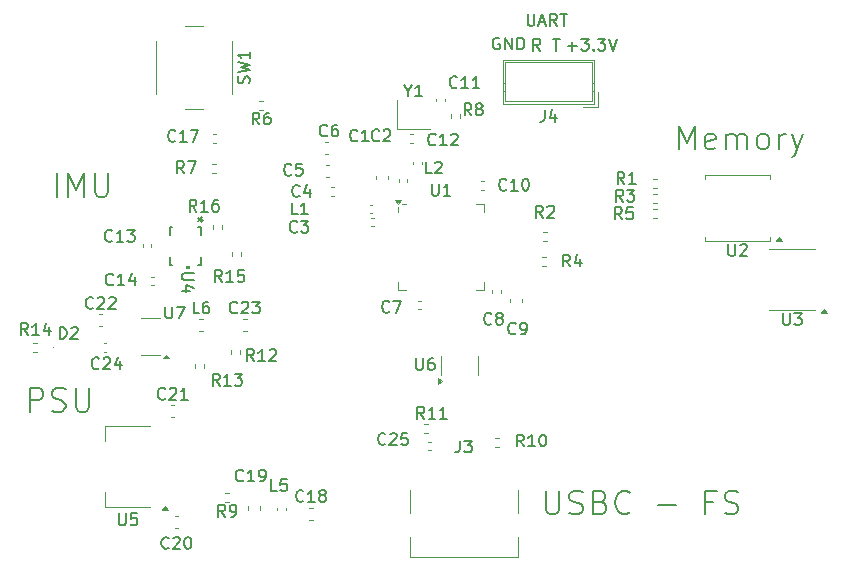
<source format=gbr>
%TF.GenerationSoftware,KiCad,Pcbnew,9.0.2*%
%TF.CreationDate,2025-08-15T11:16:16-05:00*%
%TF.ProjectId,ESP_32_sens,4553505f-3332-45f7-9365-6e732e6b6963,rev?*%
%TF.SameCoordinates,Original*%
%TF.FileFunction,Legend,Top*%
%TF.FilePolarity,Positive*%
%FSLAX46Y46*%
G04 Gerber Fmt 4.6, Leading zero omitted, Abs format (unit mm)*
G04 Created by KiCad (PCBNEW 9.0.2) date 2025-08-15 11:16:16*
%MOMM*%
%LPD*%
G01*
G04 APERTURE LIST*
%ADD10C,0.153000*%
%ADD11C,0.153300*%
%ADD12C,0.120000*%
%ADD13C,0.100000*%
%ADD14C,0.153240*%
%ADD15C,0.000000*%
G04 APERTURE END LIST*
D10*
X148038752Y-80688710D02*
X148800657Y-80688710D01*
X148419704Y-81069663D02*
X148419704Y-80307758D01*
X149181609Y-80069663D02*
X149800656Y-80069663D01*
X149800656Y-80069663D02*
X149467323Y-80450615D01*
X149467323Y-80450615D02*
X149610180Y-80450615D01*
X149610180Y-80450615D02*
X149705418Y-80498234D01*
X149705418Y-80498234D02*
X149753037Y-80545853D01*
X149753037Y-80545853D02*
X149800656Y-80641091D01*
X149800656Y-80641091D02*
X149800656Y-80879186D01*
X149800656Y-80879186D02*
X149753037Y-80974424D01*
X149753037Y-80974424D02*
X149705418Y-81022044D01*
X149705418Y-81022044D02*
X149610180Y-81069663D01*
X149610180Y-81069663D02*
X149324466Y-81069663D01*
X149324466Y-81069663D02*
X149229228Y-81022044D01*
X149229228Y-81022044D02*
X149181609Y-80974424D01*
X150229228Y-80974424D02*
X150276847Y-81022044D01*
X150276847Y-81022044D02*
X150229228Y-81069663D01*
X150229228Y-81069663D02*
X150181609Y-81022044D01*
X150181609Y-81022044D02*
X150229228Y-80974424D01*
X150229228Y-80974424D02*
X150229228Y-81069663D01*
X150610180Y-80069663D02*
X151229227Y-80069663D01*
X151229227Y-80069663D02*
X150895894Y-80450615D01*
X150895894Y-80450615D02*
X151038751Y-80450615D01*
X151038751Y-80450615D02*
X151133989Y-80498234D01*
X151133989Y-80498234D02*
X151181608Y-80545853D01*
X151181608Y-80545853D02*
X151229227Y-80641091D01*
X151229227Y-80641091D02*
X151229227Y-80879186D01*
X151229227Y-80879186D02*
X151181608Y-80974424D01*
X151181608Y-80974424D02*
X151133989Y-81022044D01*
X151133989Y-81022044D02*
X151038751Y-81069663D01*
X151038751Y-81069663D02*
X150753037Y-81069663D01*
X150753037Y-81069663D02*
X150657799Y-81022044D01*
X150657799Y-81022044D02*
X150610180Y-80974424D01*
X151514942Y-80069663D02*
X151848275Y-81069663D01*
X151848275Y-81069663D02*
X152181608Y-80069663D01*
X144638752Y-77969663D02*
X144638752Y-78779186D01*
X144638752Y-78779186D02*
X144686371Y-78874424D01*
X144686371Y-78874424D02*
X144733990Y-78922044D01*
X144733990Y-78922044D02*
X144829228Y-78969663D01*
X144829228Y-78969663D02*
X145019704Y-78969663D01*
X145019704Y-78969663D02*
X145114942Y-78922044D01*
X145114942Y-78922044D02*
X145162561Y-78874424D01*
X145162561Y-78874424D02*
X145210180Y-78779186D01*
X145210180Y-78779186D02*
X145210180Y-77969663D01*
X145638752Y-78683948D02*
X146114942Y-78683948D01*
X145543514Y-78969663D02*
X145876847Y-77969663D01*
X145876847Y-77969663D02*
X146210180Y-78969663D01*
X147114942Y-78969663D02*
X146781609Y-78493472D01*
X146543514Y-78969663D02*
X146543514Y-77969663D01*
X146543514Y-77969663D02*
X146924466Y-77969663D01*
X146924466Y-77969663D02*
X147019704Y-78017282D01*
X147019704Y-78017282D02*
X147067323Y-78064901D01*
X147067323Y-78064901D02*
X147114942Y-78160139D01*
X147114942Y-78160139D02*
X147114942Y-78302996D01*
X147114942Y-78302996D02*
X147067323Y-78398234D01*
X147067323Y-78398234D02*
X147019704Y-78445853D01*
X147019704Y-78445853D02*
X146924466Y-78493472D01*
X146924466Y-78493472D02*
X146543514Y-78493472D01*
X147400657Y-77969663D02*
X147972085Y-77969663D01*
X147686371Y-78969663D02*
X147686371Y-77969663D01*
X146176847Y-118347282D02*
X146176847Y-119966329D01*
X146176847Y-119966329D02*
X146272085Y-120156805D01*
X146272085Y-120156805D02*
X146367323Y-120252044D01*
X146367323Y-120252044D02*
X146557799Y-120347282D01*
X146557799Y-120347282D02*
X146938752Y-120347282D01*
X146938752Y-120347282D02*
X147129228Y-120252044D01*
X147129228Y-120252044D02*
X147224466Y-120156805D01*
X147224466Y-120156805D02*
X147319704Y-119966329D01*
X147319704Y-119966329D02*
X147319704Y-118347282D01*
X148176847Y-120252044D02*
X148462561Y-120347282D01*
X148462561Y-120347282D02*
X148938752Y-120347282D01*
X148938752Y-120347282D02*
X149129228Y-120252044D01*
X149129228Y-120252044D02*
X149224466Y-120156805D01*
X149224466Y-120156805D02*
X149319704Y-119966329D01*
X149319704Y-119966329D02*
X149319704Y-119775853D01*
X149319704Y-119775853D02*
X149224466Y-119585377D01*
X149224466Y-119585377D02*
X149129228Y-119490139D01*
X149129228Y-119490139D02*
X148938752Y-119394901D01*
X148938752Y-119394901D02*
X148557799Y-119299663D01*
X148557799Y-119299663D02*
X148367323Y-119204424D01*
X148367323Y-119204424D02*
X148272085Y-119109186D01*
X148272085Y-119109186D02*
X148176847Y-118918710D01*
X148176847Y-118918710D02*
X148176847Y-118728234D01*
X148176847Y-118728234D02*
X148272085Y-118537758D01*
X148272085Y-118537758D02*
X148367323Y-118442520D01*
X148367323Y-118442520D02*
X148557799Y-118347282D01*
X148557799Y-118347282D02*
X149033990Y-118347282D01*
X149033990Y-118347282D02*
X149319704Y-118442520D01*
X150843514Y-119299663D02*
X151129228Y-119394901D01*
X151129228Y-119394901D02*
X151224466Y-119490139D01*
X151224466Y-119490139D02*
X151319704Y-119680615D01*
X151319704Y-119680615D02*
X151319704Y-119966329D01*
X151319704Y-119966329D02*
X151224466Y-120156805D01*
X151224466Y-120156805D02*
X151129228Y-120252044D01*
X151129228Y-120252044D02*
X150938752Y-120347282D01*
X150938752Y-120347282D02*
X150176847Y-120347282D01*
X150176847Y-120347282D02*
X150176847Y-118347282D01*
X150176847Y-118347282D02*
X150843514Y-118347282D01*
X150843514Y-118347282D02*
X151033990Y-118442520D01*
X151033990Y-118442520D02*
X151129228Y-118537758D01*
X151129228Y-118537758D02*
X151224466Y-118728234D01*
X151224466Y-118728234D02*
X151224466Y-118918710D01*
X151224466Y-118918710D02*
X151129228Y-119109186D01*
X151129228Y-119109186D02*
X151033990Y-119204424D01*
X151033990Y-119204424D02*
X150843514Y-119299663D01*
X150843514Y-119299663D02*
X150176847Y-119299663D01*
X153319704Y-120156805D02*
X153224466Y-120252044D01*
X153224466Y-120252044D02*
X152938752Y-120347282D01*
X152938752Y-120347282D02*
X152748276Y-120347282D01*
X152748276Y-120347282D02*
X152462561Y-120252044D01*
X152462561Y-120252044D02*
X152272085Y-120061567D01*
X152272085Y-120061567D02*
X152176847Y-119871091D01*
X152176847Y-119871091D02*
X152081609Y-119490139D01*
X152081609Y-119490139D02*
X152081609Y-119204424D01*
X152081609Y-119204424D02*
X152176847Y-118823472D01*
X152176847Y-118823472D02*
X152272085Y-118632996D01*
X152272085Y-118632996D02*
X152462561Y-118442520D01*
X152462561Y-118442520D02*
X152748276Y-118347282D01*
X152748276Y-118347282D02*
X152938752Y-118347282D01*
X152938752Y-118347282D02*
X153224466Y-118442520D01*
X153224466Y-118442520D02*
X153319704Y-118537758D01*
X155700657Y-119585377D02*
X157224467Y-119585377D01*
X160367324Y-119299663D02*
X159700657Y-119299663D01*
X159700657Y-120347282D02*
X159700657Y-118347282D01*
X159700657Y-118347282D02*
X160653038Y-118347282D01*
X161319705Y-120252044D02*
X161605419Y-120347282D01*
X161605419Y-120347282D02*
X162081610Y-120347282D01*
X162081610Y-120347282D02*
X162272086Y-120252044D01*
X162272086Y-120252044D02*
X162367324Y-120156805D01*
X162367324Y-120156805D02*
X162462562Y-119966329D01*
X162462562Y-119966329D02*
X162462562Y-119775853D01*
X162462562Y-119775853D02*
X162367324Y-119585377D01*
X162367324Y-119585377D02*
X162272086Y-119490139D01*
X162272086Y-119490139D02*
X162081610Y-119394901D01*
X162081610Y-119394901D02*
X161700657Y-119299663D01*
X161700657Y-119299663D02*
X161510181Y-119204424D01*
X161510181Y-119204424D02*
X161414943Y-119109186D01*
X161414943Y-119109186D02*
X161319705Y-118918710D01*
X161319705Y-118918710D02*
X161319705Y-118728234D01*
X161319705Y-118728234D02*
X161414943Y-118537758D01*
X161414943Y-118537758D02*
X161510181Y-118442520D01*
X161510181Y-118442520D02*
X161700657Y-118347282D01*
X161700657Y-118347282D02*
X162176848Y-118347282D01*
X162176848Y-118347282D02*
X162462562Y-118442520D01*
X145710180Y-81069663D02*
X145376847Y-80593472D01*
X145138752Y-81069663D02*
X145138752Y-80069663D01*
X145138752Y-80069663D02*
X145519704Y-80069663D01*
X145519704Y-80069663D02*
X145614942Y-80117282D01*
X145614942Y-80117282D02*
X145662561Y-80164901D01*
X145662561Y-80164901D02*
X145710180Y-80260139D01*
X145710180Y-80260139D02*
X145710180Y-80402996D01*
X145710180Y-80402996D02*
X145662561Y-80498234D01*
X145662561Y-80498234D02*
X145614942Y-80545853D01*
X145614942Y-80545853D02*
X145519704Y-80593472D01*
X145519704Y-80593472D02*
X145138752Y-80593472D01*
X146795895Y-80069663D02*
X147367323Y-80069663D01*
X147081609Y-81069663D02*
X147081609Y-80069663D01*
X142262561Y-80017282D02*
X142167323Y-79969663D01*
X142167323Y-79969663D02*
X142024466Y-79969663D01*
X142024466Y-79969663D02*
X141881609Y-80017282D01*
X141881609Y-80017282D02*
X141786371Y-80112520D01*
X141786371Y-80112520D02*
X141738752Y-80207758D01*
X141738752Y-80207758D02*
X141691133Y-80398234D01*
X141691133Y-80398234D02*
X141691133Y-80541091D01*
X141691133Y-80541091D02*
X141738752Y-80731567D01*
X141738752Y-80731567D02*
X141786371Y-80826805D01*
X141786371Y-80826805D02*
X141881609Y-80922044D01*
X141881609Y-80922044D02*
X142024466Y-80969663D01*
X142024466Y-80969663D02*
X142119704Y-80969663D01*
X142119704Y-80969663D02*
X142262561Y-80922044D01*
X142262561Y-80922044D02*
X142310180Y-80874424D01*
X142310180Y-80874424D02*
X142310180Y-80541091D01*
X142310180Y-80541091D02*
X142119704Y-80541091D01*
X142738752Y-80969663D02*
X142738752Y-79969663D01*
X142738752Y-79969663D02*
X143310180Y-80969663D01*
X143310180Y-80969663D02*
X143310180Y-79969663D01*
X143786371Y-80969663D02*
X143786371Y-79969663D01*
X143786371Y-79969663D02*
X144024466Y-79969663D01*
X144024466Y-79969663D02*
X144167323Y-80017282D01*
X144167323Y-80017282D02*
X144262561Y-80112520D01*
X144262561Y-80112520D02*
X144310180Y-80207758D01*
X144310180Y-80207758D02*
X144357799Y-80398234D01*
X144357799Y-80398234D02*
X144357799Y-80541091D01*
X144357799Y-80541091D02*
X144310180Y-80731567D01*
X144310180Y-80731567D02*
X144262561Y-80826805D01*
X144262561Y-80826805D02*
X144167323Y-80922044D01*
X144167323Y-80922044D02*
X144024466Y-80969663D01*
X144024466Y-80969663D02*
X143786371Y-80969663D01*
X157476847Y-89447282D02*
X157476847Y-87447282D01*
X157476847Y-87447282D02*
X158143514Y-88875853D01*
X158143514Y-88875853D02*
X158810180Y-87447282D01*
X158810180Y-87447282D02*
X158810180Y-89447282D01*
X160524466Y-89352044D02*
X160333990Y-89447282D01*
X160333990Y-89447282D02*
X159953037Y-89447282D01*
X159953037Y-89447282D02*
X159762561Y-89352044D01*
X159762561Y-89352044D02*
X159667323Y-89161567D01*
X159667323Y-89161567D02*
X159667323Y-88399663D01*
X159667323Y-88399663D02*
X159762561Y-88209186D01*
X159762561Y-88209186D02*
X159953037Y-88113948D01*
X159953037Y-88113948D02*
X160333990Y-88113948D01*
X160333990Y-88113948D02*
X160524466Y-88209186D01*
X160524466Y-88209186D02*
X160619704Y-88399663D01*
X160619704Y-88399663D02*
X160619704Y-88590139D01*
X160619704Y-88590139D02*
X159667323Y-88780615D01*
X161476847Y-89447282D02*
X161476847Y-88113948D01*
X161476847Y-88304424D02*
X161572085Y-88209186D01*
X161572085Y-88209186D02*
X161762561Y-88113948D01*
X161762561Y-88113948D02*
X162048276Y-88113948D01*
X162048276Y-88113948D02*
X162238752Y-88209186D01*
X162238752Y-88209186D02*
X162333990Y-88399663D01*
X162333990Y-88399663D02*
X162333990Y-89447282D01*
X162333990Y-88399663D02*
X162429228Y-88209186D01*
X162429228Y-88209186D02*
X162619704Y-88113948D01*
X162619704Y-88113948D02*
X162905418Y-88113948D01*
X162905418Y-88113948D02*
X163095895Y-88209186D01*
X163095895Y-88209186D02*
X163191133Y-88399663D01*
X163191133Y-88399663D02*
X163191133Y-89447282D01*
X164429228Y-89447282D02*
X164238752Y-89352044D01*
X164238752Y-89352044D02*
X164143514Y-89256805D01*
X164143514Y-89256805D02*
X164048276Y-89066329D01*
X164048276Y-89066329D02*
X164048276Y-88494901D01*
X164048276Y-88494901D02*
X164143514Y-88304424D01*
X164143514Y-88304424D02*
X164238752Y-88209186D01*
X164238752Y-88209186D02*
X164429228Y-88113948D01*
X164429228Y-88113948D02*
X164714943Y-88113948D01*
X164714943Y-88113948D02*
X164905419Y-88209186D01*
X164905419Y-88209186D02*
X165000657Y-88304424D01*
X165000657Y-88304424D02*
X165095895Y-88494901D01*
X165095895Y-88494901D02*
X165095895Y-89066329D01*
X165095895Y-89066329D02*
X165000657Y-89256805D01*
X165000657Y-89256805D02*
X164905419Y-89352044D01*
X164905419Y-89352044D02*
X164714943Y-89447282D01*
X164714943Y-89447282D02*
X164429228Y-89447282D01*
X165953038Y-89447282D02*
X165953038Y-88113948D01*
X165953038Y-88494901D02*
X166048276Y-88304424D01*
X166048276Y-88304424D02*
X166143514Y-88209186D01*
X166143514Y-88209186D02*
X166333990Y-88113948D01*
X166333990Y-88113948D02*
X166524467Y-88113948D01*
X167000657Y-88113948D02*
X167476847Y-89447282D01*
X167953038Y-88113948D02*
X167476847Y-89447282D01*
X167476847Y-89447282D02*
X167286371Y-89923472D01*
X167286371Y-89923472D02*
X167191133Y-90018710D01*
X167191133Y-90018710D02*
X167000657Y-90113948D01*
X104776847Y-93447282D02*
X104776847Y-91447282D01*
X105729228Y-93447282D02*
X105729228Y-91447282D01*
X105729228Y-91447282D02*
X106395895Y-92875853D01*
X106395895Y-92875853D02*
X107062561Y-91447282D01*
X107062561Y-91447282D02*
X107062561Y-93447282D01*
X108014942Y-91447282D02*
X108014942Y-93066329D01*
X108014942Y-93066329D02*
X108110180Y-93256805D01*
X108110180Y-93256805D02*
X108205418Y-93352044D01*
X108205418Y-93352044D02*
X108395894Y-93447282D01*
X108395894Y-93447282D02*
X108776847Y-93447282D01*
X108776847Y-93447282D02*
X108967323Y-93352044D01*
X108967323Y-93352044D02*
X109062561Y-93256805D01*
X109062561Y-93256805D02*
X109157799Y-93066329D01*
X109157799Y-93066329D02*
X109157799Y-91447282D01*
X102476847Y-111647282D02*
X102476847Y-109647282D01*
X102476847Y-109647282D02*
X103238752Y-109647282D01*
X103238752Y-109647282D02*
X103429228Y-109742520D01*
X103429228Y-109742520D02*
X103524466Y-109837758D01*
X103524466Y-109837758D02*
X103619704Y-110028234D01*
X103619704Y-110028234D02*
X103619704Y-110313948D01*
X103619704Y-110313948D02*
X103524466Y-110504424D01*
X103524466Y-110504424D02*
X103429228Y-110599663D01*
X103429228Y-110599663D02*
X103238752Y-110694901D01*
X103238752Y-110694901D02*
X102476847Y-110694901D01*
X104381609Y-111552044D02*
X104667323Y-111647282D01*
X104667323Y-111647282D02*
X105143514Y-111647282D01*
X105143514Y-111647282D02*
X105333990Y-111552044D01*
X105333990Y-111552044D02*
X105429228Y-111456805D01*
X105429228Y-111456805D02*
X105524466Y-111266329D01*
X105524466Y-111266329D02*
X105524466Y-111075853D01*
X105524466Y-111075853D02*
X105429228Y-110885377D01*
X105429228Y-110885377D02*
X105333990Y-110790139D01*
X105333990Y-110790139D02*
X105143514Y-110694901D01*
X105143514Y-110694901D02*
X104762561Y-110599663D01*
X104762561Y-110599663D02*
X104572085Y-110504424D01*
X104572085Y-110504424D02*
X104476847Y-110409186D01*
X104476847Y-110409186D02*
X104381609Y-110218710D01*
X104381609Y-110218710D02*
X104381609Y-110028234D01*
X104381609Y-110028234D02*
X104476847Y-109837758D01*
X104476847Y-109837758D02*
X104572085Y-109742520D01*
X104572085Y-109742520D02*
X104762561Y-109647282D01*
X104762561Y-109647282D02*
X105238752Y-109647282D01*
X105238752Y-109647282D02*
X105524466Y-109742520D01*
X106381609Y-109647282D02*
X106381609Y-111266329D01*
X106381609Y-111266329D02*
X106476847Y-111456805D01*
X106476847Y-111456805D02*
X106572085Y-111552044D01*
X106572085Y-111552044D02*
X106762561Y-111647282D01*
X106762561Y-111647282D02*
X107143514Y-111647282D01*
X107143514Y-111647282D02*
X107333990Y-111552044D01*
X107333990Y-111552044D02*
X107429228Y-111456805D01*
X107429228Y-111456805D02*
X107524466Y-111266329D01*
X107524466Y-111266329D02*
X107524466Y-109647282D01*
X118757142Y-100654663D02*
X118423809Y-100178472D01*
X118185714Y-100654663D02*
X118185714Y-99654663D01*
X118185714Y-99654663D02*
X118566666Y-99654663D01*
X118566666Y-99654663D02*
X118661904Y-99702282D01*
X118661904Y-99702282D02*
X118709523Y-99749901D01*
X118709523Y-99749901D02*
X118757142Y-99845139D01*
X118757142Y-99845139D02*
X118757142Y-99987996D01*
X118757142Y-99987996D02*
X118709523Y-100083234D01*
X118709523Y-100083234D02*
X118661904Y-100130853D01*
X118661904Y-100130853D02*
X118566666Y-100178472D01*
X118566666Y-100178472D02*
X118185714Y-100178472D01*
X119709523Y-100654663D02*
X119138095Y-100654663D01*
X119423809Y-100654663D02*
X119423809Y-99654663D01*
X119423809Y-99654663D02*
X119328571Y-99797520D01*
X119328571Y-99797520D02*
X119233333Y-99892758D01*
X119233333Y-99892758D02*
X119138095Y-99940377D01*
X120614285Y-99654663D02*
X120138095Y-99654663D01*
X120138095Y-99654663D02*
X120090476Y-100130853D01*
X120090476Y-100130853D02*
X120138095Y-100083234D01*
X120138095Y-100083234D02*
X120233333Y-100035615D01*
X120233333Y-100035615D02*
X120471428Y-100035615D01*
X120471428Y-100035615D02*
X120566666Y-100083234D01*
X120566666Y-100083234D02*
X120614285Y-100130853D01*
X120614285Y-100130853D02*
X120661904Y-100226091D01*
X120661904Y-100226091D02*
X120661904Y-100464186D01*
X120661904Y-100464186D02*
X120614285Y-100559424D01*
X120614285Y-100559424D02*
X120566666Y-100607044D01*
X120566666Y-100607044D02*
X120471428Y-100654663D01*
X120471428Y-100654663D02*
X120233333Y-100654663D01*
X120233333Y-100654663D02*
X120138095Y-100607044D01*
X120138095Y-100607044D02*
X120090476Y-100559424D01*
X121457142Y-107354663D02*
X121123809Y-106878472D01*
X120885714Y-107354663D02*
X120885714Y-106354663D01*
X120885714Y-106354663D02*
X121266666Y-106354663D01*
X121266666Y-106354663D02*
X121361904Y-106402282D01*
X121361904Y-106402282D02*
X121409523Y-106449901D01*
X121409523Y-106449901D02*
X121457142Y-106545139D01*
X121457142Y-106545139D02*
X121457142Y-106687996D01*
X121457142Y-106687996D02*
X121409523Y-106783234D01*
X121409523Y-106783234D02*
X121361904Y-106830853D01*
X121361904Y-106830853D02*
X121266666Y-106878472D01*
X121266666Y-106878472D02*
X120885714Y-106878472D01*
X122409523Y-107354663D02*
X121838095Y-107354663D01*
X122123809Y-107354663D02*
X122123809Y-106354663D01*
X122123809Y-106354663D02*
X122028571Y-106497520D01*
X122028571Y-106497520D02*
X121933333Y-106592758D01*
X121933333Y-106592758D02*
X121838095Y-106640377D01*
X122790476Y-106449901D02*
X122838095Y-106402282D01*
X122838095Y-106402282D02*
X122933333Y-106354663D01*
X122933333Y-106354663D02*
X123171428Y-106354663D01*
X123171428Y-106354663D02*
X123266666Y-106402282D01*
X123266666Y-106402282D02*
X123314285Y-106449901D01*
X123314285Y-106449901D02*
X123361904Y-106545139D01*
X123361904Y-106545139D02*
X123361904Y-106640377D01*
X123361904Y-106640377D02*
X123314285Y-106783234D01*
X123314285Y-106783234D02*
X122742857Y-107354663D01*
X122742857Y-107354663D02*
X123361904Y-107354663D01*
X136523333Y-91474663D02*
X136047143Y-91474663D01*
X136047143Y-91474663D02*
X136047143Y-90474663D01*
X136809048Y-90569901D02*
X136856667Y-90522282D01*
X136856667Y-90522282D02*
X136951905Y-90474663D01*
X136951905Y-90474663D02*
X137190000Y-90474663D01*
X137190000Y-90474663D02*
X137285238Y-90522282D01*
X137285238Y-90522282D02*
X137332857Y-90569901D01*
X137332857Y-90569901D02*
X137380476Y-90665139D01*
X137380476Y-90665139D02*
X137380476Y-90760377D01*
X137380476Y-90760377D02*
X137332857Y-90903234D01*
X137332857Y-90903234D02*
X136761429Y-91474663D01*
X136761429Y-91474663D02*
X137380476Y-91474663D01*
X161638095Y-97454663D02*
X161638095Y-98264186D01*
X161638095Y-98264186D02*
X161685714Y-98359424D01*
X161685714Y-98359424D02*
X161733333Y-98407044D01*
X161733333Y-98407044D02*
X161828571Y-98454663D01*
X161828571Y-98454663D02*
X162019047Y-98454663D01*
X162019047Y-98454663D02*
X162114285Y-98407044D01*
X162114285Y-98407044D02*
X162161904Y-98359424D01*
X162161904Y-98359424D02*
X162209523Y-98264186D01*
X162209523Y-98264186D02*
X162209523Y-97454663D01*
X162638095Y-97549901D02*
X162685714Y-97502282D01*
X162685714Y-97502282D02*
X162780952Y-97454663D01*
X162780952Y-97454663D02*
X163019047Y-97454663D01*
X163019047Y-97454663D02*
X163114285Y-97502282D01*
X163114285Y-97502282D02*
X163161904Y-97549901D01*
X163161904Y-97549901D02*
X163209523Y-97645139D01*
X163209523Y-97645139D02*
X163209523Y-97740377D01*
X163209523Y-97740377D02*
X163161904Y-97883234D01*
X163161904Y-97883234D02*
X162590476Y-98454663D01*
X162590476Y-98454663D02*
X163209523Y-98454663D01*
X115533333Y-91454663D02*
X115200000Y-90978472D01*
X114961905Y-91454663D02*
X114961905Y-90454663D01*
X114961905Y-90454663D02*
X115342857Y-90454663D01*
X115342857Y-90454663D02*
X115438095Y-90502282D01*
X115438095Y-90502282D02*
X115485714Y-90549901D01*
X115485714Y-90549901D02*
X115533333Y-90645139D01*
X115533333Y-90645139D02*
X115533333Y-90787996D01*
X115533333Y-90787996D02*
X115485714Y-90883234D01*
X115485714Y-90883234D02*
X115438095Y-90930853D01*
X115438095Y-90930853D02*
X115342857Y-90978472D01*
X115342857Y-90978472D02*
X114961905Y-90978472D01*
X115866667Y-90454663D02*
X116533333Y-90454663D01*
X116533333Y-90454663D02*
X116104762Y-91454663D01*
X141583333Y-104189424D02*
X141535714Y-104237044D01*
X141535714Y-104237044D02*
X141392857Y-104284663D01*
X141392857Y-104284663D02*
X141297619Y-104284663D01*
X141297619Y-104284663D02*
X141154762Y-104237044D01*
X141154762Y-104237044D02*
X141059524Y-104141805D01*
X141059524Y-104141805D02*
X141011905Y-104046567D01*
X141011905Y-104046567D02*
X140964286Y-103856091D01*
X140964286Y-103856091D02*
X140964286Y-103713234D01*
X140964286Y-103713234D02*
X141011905Y-103522758D01*
X141011905Y-103522758D02*
X141059524Y-103427520D01*
X141059524Y-103427520D02*
X141154762Y-103332282D01*
X141154762Y-103332282D02*
X141297619Y-103284663D01*
X141297619Y-103284663D02*
X141392857Y-103284663D01*
X141392857Y-103284663D02*
X141535714Y-103332282D01*
X141535714Y-103332282D02*
X141583333Y-103379901D01*
X142154762Y-103713234D02*
X142059524Y-103665615D01*
X142059524Y-103665615D02*
X142011905Y-103617996D01*
X142011905Y-103617996D02*
X141964286Y-103522758D01*
X141964286Y-103522758D02*
X141964286Y-103475139D01*
X141964286Y-103475139D02*
X142011905Y-103379901D01*
X142011905Y-103379901D02*
X142059524Y-103332282D01*
X142059524Y-103332282D02*
X142154762Y-103284663D01*
X142154762Y-103284663D02*
X142345238Y-103284663D01*
X142345238Y-103284663D02*
X142440476Y-103332282D01*
X142440476Y-103332282D02*
X142488095Y-103379901D01*
X142488095Y-103379901D02*
X142535714Y-103475139D01*
X142535714Y-103475139D02*
X142535714Y-103522758D01*
X142535714Y-103522758D02*
X142488095Y-103617996D01*
X142488095Y-103617996D02*
X142440476Y-103665615D01*
X142440476Y-103665615D02*
X142345238Y-103713234D01*
X142345238Y-103713234D02*
X142154762Y-103713234D01*
X142154762Y-103713234D02*
X142059524Y-103760853D01*
X142059524Y-103760853D02*
X142011905Y-103808472D01*
X142011905Y-103808472D02*
X141964286Y-103903710D01*
X141964286Y-103903710D02*
X141964286Y-104094186D01*
X141964286Y-104094186D02*
X142011905Y-104189424D01*
X142011905Y-104189424D02*
X142059524Y-104237044D01*
X142059524Y-104237044D02*
X142154762Y-104284663D01*
X142154762Y-104284663D02*
X142345238Y-104284663D01*
X142345238Y-104284663D02*
X142440476Y-104237044D01*
X142440476Y-104237044D02*
X142488095Y-104189424D01*
X142488095Y-104189424D02*
X142535714Y-104094186D01*
X142535714Y-104094186D02*
X142535714Y-103903710D01*
X142535714Y-103903710D02*
X142488095Y-103808472D01*
X142488095Y-103808472D02*
X142440476Y-103760853D01*
X142440476Y-103760853D02*
X142345238Y-103713234D01*
X113978095Y-102744663D02*
X113978095Y-103554186D01*
X113978095Y-103554186D02*
X114025714Y-103649424D01*
X114025714Y-103649424D02*
X114073333Y-103697044D01*
X114073333Y-103697044D02*
X114168571Y-103744663D01*
X114168571Y-103744663D02*
X114359047Y-103744663D01*
X114359047Y-103744663D02*
X114454285Y-103697044D01*
X114454285Y-103697044D02*
X114501904Y-103649424D01*
X114501904Y-103649424D02*
X114549523Y-103554186D01*
X114549523Y-103554186D02*
X114549523Y-102744663D01*
X114930476Y-102744663D02*
X115597142Y-102744663D01*
X115597142Y-102744663D02*
X115168571Y-103744663D01*
X114817142Y-88689424D02*
X114769523Y-88737044D01*
X114769523Y-88737044D02*
X114626666Y-88784663D01*
X114626666Y-88784663D02*
X114531428Y-88784663D01*
X114531428Y-88784663D02*
X114388571Y-88737044D01*
X114388571Y-88737044D02*
X114293333Y-88641805D01*
X114293333Y-88641805D02*
X114245714Y-88546567D01*
X114245714Y-88546567D02*
X114198095Y-88356091D01*
X114198095Y-88356091D02*
X114198095Y-88213234D01*
X114198095Y-88213234D02*
X114245714Y-88022758D01*
X114245714Y-88022758D02*
X114293333Y-87927520D01*
X114293333Y-87927520D02*
X114388571Y-87832282D01*
X114388571Y-87832282D02*
X114531428Y-87784663D01*
X114531428Y-87784663D02*
X114626666Y-87784663D01*
X114626666Y-87784663D02*
X114769523Y-87832282D01*
X114769523Y-87832282D02*
X114817142Y-87879901D01*
X115769523Y-88784663D02*
X115198095Y-88784663D01*
X115483809Y-88784663D02*
X115483809Y-87784663D01*
X115483809Y-87784663D02*
X115388571Y-87927520D01*
X115388571Y-87927520D02*
X115293333Y-88022758D01*
X115293333Y-88022758D02*
X115198095Y-88070377D01*
X116102857Y-87784663D02*
X116769523Y-87784663D01*
X116769523Y-87784663D02*
X116340952Y-88784663D01*
X113957142Y-110529424D02*
X113909523Y-110577044D01*
X113909523Y-110577044D02*
X113766666Y-110624663D01*
X113766666Y-110624663D02*
X113671428Y-110624663D01*
X113671428Y-110624663D02*
X113528571Y-110577044D01*
X113528571Y-110577044D02*
X113433333Y-110481805D01*
X113433333Y-110481805D02*
X113385714Y-110386567D01*
X113385714Y-110386567D02*
X113338095Y-110196091D01*
X113338095Y-110196091D02*
X113338095Y-110053234D01*
X113338095Y-110053234D02*
X113385714Y-109862758D01*
X113385714Y-109862758D02*
X113433333Y-109767520D01*
X113433333Y-109767520D02*
X113528571Y-109672282D01*
X113528571Y-109672282D02*
X113671428Y-109624663D01*
X113671428Y-109624663D02*
X113766666Y-109624663D01*
X113766666Y-109624663D02*
X113909523Y-109672282D01*
X113909523Y-109672282D02*
X113957142Y-109719901D01*
X114338095Y-109719901D02*
X114385714Y-109672282D01*
X114385714Y-109672282D02*
X114480952Y-109624663D01*
X114480952Y-109624663D02*
X114719047Y-109624663D01*
X114719047Y-109624663D02*
X114814285Y-109672282D01*
X114814285Y-109672282D02*
X114861904Y-109719901D01*
X114861904Y-109719901D02*
X114909523Y-109815139D01*
X114909523Y-109815139D02*
X114909523Y-109910377D01*
X114909523Y-109910377D02*
X114861904Y-110053234D01*
X114861904Y-110053234D02*
X114290476Y-110624663D01*
X114290476Y-110624663D02*
X114909523Y-110624663D01*
X115861904Y-110624663D02*
X115290476Y-110624663D01*
X115576190Y-110624663D02*
X115576190Y-109624663D01*
X115576190Y-109624663D02*
X115480952Y-109767520D01*
X115480952Y-109767520D02*
X115385714Y-109862758D01*
X115385714Y-109862758D02*
X115290476Y-109910377D01*
X123433333Y-118354663D02*
X122957143Y-118354663D01*
X122957143Y-118354663D02*
X122957143Y-117354663D01*
X124242857Y-117354663D02*
X123766667Y-117354663D01*
X123766667Y-117354663D02*
X123719048Y-117830853D01*
X123719048Y-117830853D02*
X123766667Y-117783234D01*
X123766667Y-117783234D02*
X123861905Y-117735615D01*
X123861905Y-117735615D02*
X124100000Y-117735615D01*
X124100000Y-117735615D02*
X124195238Y-117783234D01*
X124195238Y-117783234D02*
X124242857Y-117830853D01*
X124242857Y-117830853D02*
X124290476Y-117926091D01*
X124290476Y-117926091D02*
X124290476Y-118164186D01*
X124290476Y-118164186D02*
X124242857Y-118259424D01*
X124242857Y-118259424D02*
X124195238Y-118307044D01*
X124195238Y-118307044D02*
X124100000Y-118354663D01*
X124100000Y-118354663D02*
X123861905Y-118354663D01*
X123861905Y-118354663D02*
X123766667Y-118307044D01*
X123766667Y-118307044D02*
X123719048Y-118259424D01*
X144307142Y-114594663D02*
X143973809Y-114118472D01*
X143735714Y-114594663D02*
X143735714Y-113594663D01*
X143735714Y-113594663D02*
X144116666Y-113594663D01*
X144116666Y-113594663D02*
X144211904Y-113642282D01*
X144211904Y-113642282D02*
X144259523Y-113689901D01*
X144259523Y-113689901D02*
X144307142Y-113785139D01*
X144307142Y-113785139D02*
X144307142Y-113927996D01*
X144307142Y-113927996D02*
X144259523Y-114023234D01*
X144259523Y-114023234D02*
X144211904Y-114070853D01*
X144211904Y-114070853D02*
X144116666Y-114118472D01*
X144116666Y-114118472D02*
X143735714Y-114118472D01*
X145259523Y-114594663D02*
X144688095Y-114594663D01*
X144973809Y-114594663D02*
X144973809Y-113594663D01*
X144973809Y-113594663D02*
X144878571Y-113737520D01*
X144878571Y-113737520D02*
X144783333Y-113832758D01*
X144783333Y-113832758D02*
X144688095Y-113880377D01*
X145878571Y-113594663D02*
X145973809Y-113594663D01*
X145973809Y-113594663D02*
X146069047Y-113642282D01*
X146069047Y-113642282D02*
X146116666Y-113689901D01*
X146116666Y-113689901D02*
X146164285Y-113785139D01*
X146164285Y-113785139D02*
X146211904Y-113975615D01*
X146211904Y-113975615D02*
X146211904Y-114213710D01*
X146211904Y-114213710D02*
X146164285Y-114404186D01*
X146164285Y-114404186D02*
X146116666Y-114499424D01*
X146116666Y-114499424D02*
X146069047Y-114547044D01*
X146069047Y-114547044D02*
X145973809Y-114594663D01*
X145973809Y-114594663D02*
X145878571Y-114594663D01*
X145878571Y-114594663D02*
X145783333Y-114547044D01*
X145783333Y-114547044D02*
X145735714Y-114499424D01*
X145735714Y-114499424D02*
X145688095Y-114404186D01*
X145688095Y-114404186D02*
X145640476Y-114213710D01*
X145640476Y-114213710D02*
X145640476Y-113975615D01*
X145640476Y-113975615D02*
X145688095Y-113785139D01*
X145688095Y-113785139D02*
X145735714Y-113689901D01*
X145735714Y-113689901D02*
X145783333Y-113642282D01*
X145783333Y-113642282D02*
X145878571Y-113594663D01*
X142847142Y-92829424D02*
X142799523Y-92877044D01*
X142799523Y-92877044D02*
X142656666Y-92924663D01*
X142656666Y-92924663D02*
X142561428Y-92924663D01*
X142561428Y-92924663D02*
X142418571Y-92877044D01*
X142418571Y-92877044D02*
X142323333Y-92781805D01*
X142323333Y-92781805D02*
X142275714Y-92686567D01*
X142275714Y-92686567D02*
X142228095Y-92496091D01*
X142228095Y-92496091D02*
X142228095Y-92353234D01*
X142228095Y-92353234D02*
X142275714Y-92162758D01*
X142275714Y-92162758D02*
X142323333Y-92067520D01*
X142323333Y-92067520D02*
X142418571Y-91972282D01*
X142418571Y-91972282D02*
X142561428Y-91924663D01*
X142561428Y-91924663D02*
X142656666Y-91924663D01*
X142656666Y-91924663D02*
X142799523Y-91972282D01*
X142799523Y-91972282D02*
X142847142Y-92019901D01*
X143799523Y-92924663D02*
X143228095Y-92924663D01*
X143513809Y-92924663D02*
X143513809Y-91924663D01*
X143513809Y-91924663D02*
X143418571Y-92067520D01*
X143418571Y-92067520D02*
X143323333Y-92162758D01*
X143323333Y-92162758D02*
X143228095Y-92210377D01*
X144418571Y-91924663D02*
X144513809Y-91924663D01*
X144513809Y-91924663D02*
X144609047Y-91972282D01*
X144609047Y-91972282D02*
X144656666Y-92019901D01*
X144656666Y-92019901D02*
X144704285Y-92115139D01*
X144704285Y-92115139D02*
X144751904Y-92305615D01*
X144751904Y-92305615D02*
X144751904Y-92543710D01*
X144751904Y-92543710D02*
X144704285Y-92734186D01*
X144704285Y-92734186D02*
X144656666Y-92829424D01*
X144656666Y-92829424D02*
X144609047Y-92877044D01*
X144609047Y-92877044D02*
X144513809Y-92924663D01*
X144513809Y-92924663D02*
X144418571Y-92924663D01*
X144418571Y-92924663D02*
X144323333Y-92877044D01*
X144323333Y-92877044D02*
X144275714Y-92829424D01*
X144275714Y-92829424D02*
X144228095Y-92734186D01*
X144228095Y-92734186D02*
X144180476Y-92543710D01*
X144180476Y-92543710D02*
X144180476Y-92305615D01*
X144180476Y-92305615D02*
X144228095Y-92115139D01*
X144228095Y-92115139D02*
X144275714Y-92019901D01*
X144275714Y-92019901D02*
X144323333Y-91972282D01*
X144323333Y-91972282D02*
X144418571Y-91924663D01*
X152833333Y-92354663D02*
X152500000Y-91878472D01*
X152261905Y-92354663D02*
X152261905Y-91354663D01*
X152261905Y-91354663D02*
X152642857Y-91354663D01*
X152642857Y-91354663D02*
X152738095Y-91402282D01*
X152738095Y-91402282D02*
X152785714Y-91449901D01*
X152785714Y-91449901D02*
X152833333Y-91545139D01*
X152833333Y-91545139D02*
X152833333Y-91687996D01*
X152833333Y-91687996D02*
X152785714Y-91783234D01*
X152785714Y-91783234D02*
X152738095Y-91830853D01*
X152738095Y-91830853D02*
X152642857Y-91878472D01*
X152642857Y-91878472D02*
X152261905Y-91878472D01*
X153785714Y-92354663D02*
X153214286Y-92354663D01*
X153500000Y-92354663D02*
X153500000Y-91354663D01*
X153500000Y-91354663D02*
X153404762Y-91497520D01*
X153404762Y-91497520D02*
X153309524Y-91592758D01*
X153309524Y-91592758D02*
X153214286Y-91640377D01*
X119030833Y-120524663D02*
X118697500Y-120048472D01*
X118459405Y-120524663D02*
X118459405Y-119524663D01*
X118459405Y-119524663D02*
X118840357Y-119524663D01*
X118840357Y-119524663D02*
X118935595Y-119572282D01*
X118935595Y-119572282D02*
X118983214Y-119619901D01*
X118983214Y-119619901D02*
X119030833Y-119715139D01*
X119030833Y-119715139D02*
X119030833Y-119857996D01*
X119030833Y-119857996D02*
X118983214Y-119953234D01*
X118983214Y-119953234D02*
X118935595Y-120000853D01*
X118935595Y-120000853D02*
X118840357Y-120048472D01*
X118840357Y-120048472D02*
X118459405Y-120048472D01*
X119507024Y-120524663D02*
X119697500Y-120524663D01*
X119697500Y-120524663D02*
X119792738Y-120477044D01*
X119792738Y-120477044D02*
X119840357Y-120429424D01*
X119840357Y-120429424D02*
X119935595Y-120286567D01*
X119935595Y-120286567D02*
X119983214Y-120096091D01*
X119983214Y-120096091D02*
X119983214Y-119715139D01*
X119983214Y-119715139D02*
X119935595Y-119619901D01*
X119935595Y-119619901D02*
X119887976Y-119572282D01*
X119887976Y-119572282D02*
X119792738Y-119524663D01*
X119792738Y-119524663D02*
X119602262Y-119524663D01*
X119602262Y-119524663D02*
X119507024Y-119572282D01*
X119507024Y-119572282D02*
X119459405Y-119619901D01*
X119459405Y-119619901D02*
X119411786Y-119715139D01*
X119411786Y-119715139D02*
X119411786Y-119953234D01*
X119411786Y-119953234D02*
X119459405Y-120048472D01*
X119459405Y-120048472D02*
X119507024Y-120096091D01*
X119507024Y-120096091D02*
X119602262Y-120143710D01*
X119602262Y-120143710D02*
X119792738Y-120143710D01*
X119792738Y-120143710D02*
X119887976Y-120096091D01*
X119887976Y-120096091D02*
X119935595Y-120048472D01*
X119935595Y-120048472D02*
X119983214Y-119953234D01*
X145943333Y-95214663D02*
X145610000Y-94738472D01*
X145371905Y-95214663D02*
X145371905Y-94214663D01*
X145371905Y-94214663D02*
X145752857Y-94214663D01*
X145752857Y-94214663D02*
X145848095Y-94262282D01*
X145848095Y-94262282D02*
X145895714Y-94309901D01*
X145895714Y-94309901D02*
X145943333Y-94405139D01*
X145943333Y-94405139D02*
X145943333Y-94547996D01*
X145943333Y-94547996D02*
X145895714Y-94643234D01*
X145895714Y-94643234D02*
X145848095Y-94690853D01*
X145848095Y-94690853D02*
X145752857Y-94738472D01*
X145752857Y-94738472D02*
X145371905Y-94738472D01*
X146324286Y-94309901D02*
X146371905Y-94262282D01*
X146371905Y-94262282D02*
X146467143Y-94214663D01*
X146467143Y-94214663D02*
X146705238Y-94214663D01*
X146705238Y-94214663D02*
X146800476Y-94262282D01*
X146800476Y-94262282D02*
X146848095Y-94309901D01*
X146848095Y-94309901D02*
X146895714Y-94405139D01*
X146895714Y-94405139D02*
X146895714Y-94500377D01*
X146895714Y-94500377D02*
X146848095Y-94643234D01*
X146848095Y-94643234D02*
X146276667Y-95214663D01*
X146276667Y-95214663D02*
X146895714Y-95214663D01*
X118557142Y-109449663D02*
X118223809Y-108973472D01*
X117985714Y-109449663D02*
X117985714Y-108449663D01*
X117985714Y-108449663D02*
X118366666Y-108449663D01*
X118366666Y-108449663D02*
X118461904Y-108497282D01*
X118461904Y-108497282D02*
X118509523Y-108544901D01*
X118509523Y-108544901D02*
X118557142Y-108640139D01*
X118557142Y-108640139D02*
X118557142Y-108782996D01*
X118557142Y-108782996D02*
X118509523Y-108878234D01*
X118509523Y-108878234D02*
X118461904Y-108925853D01*
X118461904Y-108925853D02*
X118366666Y-108973472D01*
X118366666Y-108973472D02*
X117985714Y-108973472D01*
X119509523Y-109449663D02*
X118938095Y-109449663D01*
X119223809Y-109449663D02*
X119223809Y-108449663D01*
X119223809Y-108449663D02*
X119128571Y-108592520D01*
X119128571Y-108592520D02*
X119033333Y-108687758D01*
X119033333Y-108687758D02*
X118938095Y-108735377D01*
X119842857Y-108449663D02*
X120461904Y-108449663D01*
X120461904Y-108449663D02*
X120128571Y-108830615D01*
X120128571Y-108830615D02*
X120271428Y-108830615D01*
X120271428Y-108830615D02*
X120366666Y-108878234D01*
X120366666Y-108878234D02*
X120414285Y-108925853D01*
X120414285Y-108925853D02*
X120461904Y-109021091D01*
X120461904Y-109021091D02*
X120461904Y-109259186D01*
X120461904Y-109259186D02*
X120414285Y-109354424D01*
X120414285Y-109354424D02*
X120366666Y-109402044D01*
X120366666Y-109402044D02*
X120271428Y-109449663D01*
X120271428Y-109449663D02*
X119985714Y-109449663D01*
X119985714Y-109449663D02*
X119890476Y-109402044D01*
X119890476Y-109402044D02*
X119842857Y-109354424D01*
X109457142Y-97159424D02*
X109409523Y-97207044D01*
X109409523Y-97207044D02*
X109266666Y-97254663D01*
X109266666Y-97254663D02*
X109171428Y-97254663D01*
X109171428Y-97254663D02*
X109028571Y-97207044D01*
X109028571Y-97207044D02*
X108933333Y-97111805D01*
X108933333Y-97111805D02*
X108885714Y-97016567D01*
X108885714Y-97016567D02*
X108838095Y-96826091D01*
X108838095Y-96826091D02*
X108838095Y-96683234D01*
X108838095Y-96683234D02*
X108885714Y-96492758D01*
X108885714Y-96492758D02*
X108933333Y-96397520D01*
X108933333Y-96397520D02*
X109028571Y-96302282D01*
X109028571Y-96302282D02*
X109171428Y-96254663D01*
X109171428Y-96254663D02*
X109266666Y-96254663D01*
X109266666Y-96254663D02*
X109409523Y-96302282D01*
X109409523Y-96302282D02*
X109457142Y-96349901D01*
X110409523Y-97254663D02*
X109838095Y-97254663D01*
X110123809Y-97254663D02*
X110123809Y-96254663D01*
X110123809Y-96254663D02*
X110028571Y-96397520D01*
X110028571Y-96397520D02*
X109933333Y-96492758D01*
X109933333Y-96492758D02*
X109838095Y-96540377D01*
X110742857Y-96254663D02*
X111361904Y-96254663D01*
X111361904Y-96254663D02*
X111028571Y-96635615D01*
X111028571Y-96635615D02*
X111171428Y-96635615D01*
X111171428Y-96635615D02*
X111266666Y-96683234D01*
X111266666Y-96683234D02*
X111314285Y-96730853D01*
X111314285Y-96730853D02*
X111361904Y-96826091D01*
X111361904Y-96826091D02*
X111361904Y-97064186D01*
X111361904Y-97064186D02*
X111314285Y-97159424D01*
X111314285Y-97159424D02*
X111266666Y-97207044D01*
X111266666Y-97207044D02*
X111171428Y-97254663D01*
X111171428Y-97254663D02*
X110885714Y-97254663D01*
X110885714Y-97254663D02*
X110790476Y-97207044D01*
X110790476Y-97207044D02*
X110742857Y-97159424D01*
X102329642Y-105154663D02*
X101996309Y-104678472D01*
X101758214Y-105154663D02*
X101758214Y-104154663D01*
X101758214Y-104154663D02*
X102139166Y-104154663D01*
X102139166Y-104154663D02*
X102234404Y-104202282D01*
X102234404Y-104202282D02*
X102282023Y-104249901D01*
X102282023Y-104249901D02*
X102329642Y-104345139D01*
X102329642Y-104345139D02*
X102329642Y-104487996D01*
X102329642Y-104487996D02*
X102282023Y-104583234D01*
X102282023Y-104583234D02*
X102234404Y-104630853D01*
X102234404Y-104630853D02*
X102139166Y-104678472D01*
X102139166Y-104678472D02*
X101758214Y-104678472D01*
X103282023Y-105154663D02*
X102710595Y-105154663D01*
X102996309Y-105154663D02*
X102996309Y-104154663D01*
X102996309Y-104154663D02*
X102901071Y-104297520D01*
X102901071Y-104297520D02*
X102805833Y-104392758D01*
X102805833Y-104392758D02*
X102710595Y-104440377D01*
X104139166Y-104487996D02*
X104139166Y-105154663D01*
X103901071Y-104107044D02*
X103662976Y-104821329D01*
X103662976Y-104821329D02*
X104282023Y-104821329D01*
D11*
X121057028Y-83833332D02*
X121104647Y-83690475D01*
X121104647Y-83690475D02*
X121104647Y-83452380D01*
X121104647Y-83452380D02*
X121057028Y-83357142D01*
X121057028Y-83357142D02*
X121009408Y-83309523D01*
X121009408Y-83309523D02*
X120914170Y-83261904D01*
X120914170Y-83261904D02*
X120818932Y-83261904D01*
X120818932Y-83261904D02*
X120723694Y-83309523D01*
X120723694Y-83309523D02*
X120676075Y-83357142D01*
X120676075Y-83357142D02*
X120628456Y-83452380D01*
X120628456Y-83452380D02*
X120580837Y-83642856D01*
X120580837Y-83642856D02*
X120533218Y-83738094D01*
X120533218Y-83738094D02*
X120485599Y-83785713D01*
X120485599Y-83785713D02*
X120390361Y-83833332D01*
X120390361Y-83833332D02*
X120295123Y-83833332D01*
X120295123Y-83833332D02*
X120199885Y-83785713D01*
X120199885Y-83785713D02*
X120152266Y-83738094D01*
X120152266Y-83738094D02*
X120104647Y-83642856D01*
X120104647Y-83642856D02*
X120104647Y-83404761D01*
X120104647Y-83404761D02*
X120152266Y-83261904D01*
X120104647Y-82928570D02*
X121104647Y-82690475D01*
X121104647Y-82690475D02*
X120390361Y-82499999D01*
X120390361Y-82499999D02*
X121104647Y-82309523D01*
X121104647Y-82309523D02*
X120104647Y-82071428D01*
X121104647Y-81166666D02*
X121104647Y-81738094D01*
X121104647Y-81452380D02*
X120104647Y-81452380D01*
X120104647Y-81452380D02*
X120247504Y-81547618D01*
X120247504Y-81547618D02*
X120342742Y-81642856D01*
X120342742Y-81642856D02*
X120390361Y-81738094D01*
D10*
X132607142Y-114359424D02*
X132559523Y-114407044D01*
X132559523Y-114407044D02*
X132416666Y-114454663D01*
X132416666Y-114454663D02*
X132321428Y-114454663D01*
X132321428Y-114454663D02*
X132178571Y-114407044D01*
X132178571Y-114407044D02*
X132083333Y-114311805D01*
X132083333Y-114311805D02*
X132035714Y-114216567D01*
X132035714Y-114216567D02*
X131988095Y-114026091D01*
X131988095Y-114026091D02*
X131988095Y-113883234D01*
X131988095Y-113883234D02*
X132035714Y-113692758D01*
X132035714Y-113692758D02*
X132083333Y-113597520D01*
X132083333Y-113597520D02*
X132178571Y-113502282D01*
X132178571Y-113502282D02*
X132321428Y-113454663D01*
X132321428Y-113454663D02*
X132416666Y-113454663D01*
X132416666Y-113454663D02*
X132559523Y-113502282D01*
X132559523Y-113502282D02*
X132607142Y-113549901D01*
X132988095Y-113549901D02*
X133035714Y-113502282D01*
X133035714Y-113502282D02*
X133130952Y-113454663D01*
X133130952Y-113454663D02*
X133369047Y-113454663D01*
X133369047Y-113454663D02*
X133464285Y-113502282D01*
X133464285Y-113502282D02*
X133511904Y-113549901D01*
X133511904Y-113549901D02*
X133559523Y-113645139D01*
X133559523Y-113645139D02*
X133559523Y-113740377D01*
X133559523Y-113740377D02*
X133511904Y-113883234D01*
X133511904Y-113883234D02*
X132940476Y-114454663D01*
X132940476Y-114454663D02*
X133559523Y-114454663D01*
X134464285Y-113454663D02*
X133988095Y-113454663D01*
X133988095Y-113454663D02*
X133940476Y-113930853D01*
X133940476Y-113930853D02*
X133988095Y-113883234D01*
X133988095Y-113883234D02*
X134083333Y-113835615D01*
X134083333Y-113835615D02*
X134321428Y-113835615D01*
X134321428Y-113835615D02*
X134416666Y-113883234D01*
X134416666Y-113883234D02*
X134464285Y-113930853D01*
X134464285Y-113930853D02*
X134511904Y-114026091D01*
X134511904Y-114026091D02*
X134511904Y-114264186D01*
X134511904Y-114264186D02*
X134464285Y-114359424D01*
X134464285Y-114359424D02*
X134416666Y-114407044D01*
X134416666Y-114407044D02*
X134321428Y-114454663D01*
X134321428Y-114454663D02*
X134083333Y-114454663D01*
X134083333Y-114454663D02*
X133988095Y-114407044D01*
X133988095Y-114407044D02*
X133940476Y-114359424D01*
X114257142Y-123159424D02*
X114209523Y-123207044D01*
X114209523Y-123207044D02*
X114066666Y-123254663D01*
X114066666Y-123254663D02*
X113971428Y-123254663D01*
X113971428Y-123254663D02*
X113828571Y-123207044D01*
X113828571Y-123207044D02*
X113733333Y-123111805D01*
X113733333Y-123111805D02*
X113685714Y-123016567D01*
X113685714Y-123016567D02*
X113638095Y-122826091D01*
X113638095Y-122826091D02*
X113638095Y-122683234D01*
X113638095Y-122683234D02*
X113685714Y-122492758D01*
X113685714Y-122492758D02*
X113733333Y-122397520D01*
X113733333Y-122397520D02*
X113828571Y-122302282D01*
X113828571Y-122302282D02*
X113971428Y-122254663D01*
X113971428Y-122254663D02*
X114066666Y-122254663D01*
X114066666Y-122254663D02*
X114209523Y-122302282D01*
X114209523Y-122302282D02*
X114257142Y-122349901D01*
X114638095Y-122349901D02*
X114685714Y-122302282D01*
X114685714Y-122302282D02*
X114780952Y-122254663D01*
X114780952Y-122254663D02*
X115019047Y-122254663D01*
X115019047Y-122254663D02*
X115114285Y-122302282D01*
X115114285Y-122302282D02*
X115161904Y-122349901D01*
X115161904Y-122349901D02*
X115209523Y-122445139D01*
X115209523Y-122445139D02*
X115209523Y-122540377D01*
X115209523Y-122540377D02*
X115161904Y-122683234D01*
X115161904Y-122683234D02*
X114590476Y-123254663D01*
X114590476Y-123254663D02*
X115209523Y-123254663D01*
X115828571Y-122254663D02*
X115923809Y-122254663D01*
X115923809Y-122254663D02*
X116019047Y-122302282D01*
X116019047Y-122302282D02*
X116066666Y-122349901D01*
X116066666Y-122349901D02*
X116114285Y-122445139D01*
X116114285Y-122445139D02*
X116161904Y-122635615D01*
X116161904Y-122635615D02*
X116161904Y-122873710D01*
X116161904Y-122873710D02*
X116114285Y-123064186D01*
X116114285Y-123064186D02*
X116066666Y-123159424D01*
X116066666Y-123159424D02*
X116019047Y-123207044D01*
X116019047Y-123207044D02*
X115923809Y-123254663D01*
X115923809Y-123254663D02*
X115828571Y-123254663D01*
X115828571Y-123254663D02*
X115733333Y-123207044D01*
X115733333Y-123207044D02*
X115685714Y-123159424D01*
X115685714Y-123159424D02*
X115638095Y-123064186D01*
X115638095Y-123064186D02*
X115590476Y-122873710D01*
X115590476Y-122873710D02*
X115590476Y-122635615D01*
X115590476Y-122635615D02*
X115638095Y-122445139D01*
X115638095Y-122445139D02*
X115685714Y-122349901D01*
X115685714Y-122349901D02*
X115733333Y-122302282D01*
X115733333Y-122302282D02*
X115828571Y-122254663D01*
X105034405Y-105484663D02*
X105034405Y-104484663D01*
X105034405Y-104484663D02*
X105272500Y-104484663D01*
X105272500Y-104484663D02*
X105415357Y-104532282D01*
X105415357Y-104532282D02*
X105510595Y-104627520D01*
X105510595Y-104627520D02*
X105558214Y-104722758D01*
X105558214Y-104722758D02*
X105605833Y-104913234D01*
X105605833Y-104913234D02*
X105605833Y-105056091D01*
X105605833Y-105056091D02*
X105558214Y-105246567D01*
X105558214Y-105246567D02*
X105510595Y-105341805D01*
X105510595Y-105341805D02*
X105415357Y-105437044D01*
X105415357Y-105437044D02*
X105272500Y-105484663D01*
X105272500Y-105484663D02*
X105034405Y-105484663D01*
X105986786Y-104579901D02*
X106034405Y-104532282D01*
X106034405Y-104532282D02*
X106129643Y-104484663D01*
X106129643Y-104484663D02*
X106367738Y-104484663D01*
X106367738Y-104484663D02*
X106462976Y-104532282D01*
X106462976Y-104532282D02*
X106510595Y-104579901D01*
X106510595Y-104579901D02*
X106558214Y-104675139D01*
X106558214Y-104675139D02*
X106558214Y-104770377D01*
X106558214Y-104770377D02*
X106510595Y-104913234D01*
X106510595Y-104913234D02*
X105939167Y-105484663D01*
X105939167Y-105484663D02*
X106558214Y-105484663D01*
X127673333Y-88239424D02*
X127625714Y-88287044D01*
X127625714Y-88287044D02*
X127482857Y-88334663D01*
X127482857Y-88334663D02*
X127387619Y-88334663D01*
X127387619Y-88334663D02*
X127244762Y-88287044D01*
X127244762Y-88287044D02*
X127149524Y-88191805D01*
X127149524Y-88191805D02*
X127101905Y-88096567D01*
X127101905Y-88096567D02*
X127054286Y-87906091D01*
X127054286Y-87906091D02*
X127054286Y-87763234D01*
X127054286Y-87763234D02*
X127101905Y-87572758D01*
X127101905Y-87572758D02*
X127149524Y-87477520D01*
X127149524Y-87477520D02*
X127244762Y-87382282D01*
X127244762Y-87382282D02*
X127387619Y-87334663D01*
X127387619Y-87334663D02*
X127482857Y-87334663D01*
X127482857Y-87334663D02*
X127625714Y-87382282D01*
X127625714Y-87382282D02*
X127673333Y-87429901D01*
X128530476Y-87334663D02*
X128340000Y-87334663D01*
X128340000Y-87334663D02*
X128244762Y-87382282D01*
X128244762Y-87382282D02*
X128197143Y-87429901D01*
X128197143Y-87429901D02*
X128101905Y-87572758D01*
X128101905Y-87572758D02*
X128054286Y-87763234D01*
X128054286Y-87763234D02*
X128054286Y-88144186D01*
X128054286Y-88144186D02*
X128101905Y-88239424D01*
X128101905Y-88239424D02*
X128149524Y-88287044D01*
X128149524Y-88287044D02*
X128244762Y-88334663D01*
X128244762Y-88334663D02*
X128435238Y-88334663D01*
X128435238Y-88334663D02*
X128530476Y-88287044D01*
X128530476Y-88287044D02*
X128578095Y-88239424D01*
X128578095Y-88239424D02*
X128625714Y-88144186D01*
X128625714Y-88144186D02*
X128625714Y-87906091D01*
X128625714Y-87906091D02*
X128578095Y-87810853D01*
X128578095Y-87810853D02*
X128530476Y-87763234D01*
X128530476Y-87763234D02*
X128435238Y-87715615D01*
X128435238Y-87715615D02*
X128244762Y-87715615D01*
X128244762Y-87715615D02*
X128149524Y-87763234D01*
X128149524Y-87763234D02*
X128101905Y-87810853D01*
X128101905Y-87810853D02*
X128054286Y-87906091D01*
X136538095Y-92354663D02*
X136538095Y-93164186D01*
X136538095Y-93164186D02*
X136585714Y-93259424D01*
X136585714Y-93259424D02*
X136633333Y-93307044D01*
X136633333Y-93307044D02*
X136728571Y-93354663D01*
X136728571Y-93354663D02*
X136919047Y-93354663D01*
X136919047Y-93354663D02*
X137014285Y-93307044D01*
X137014285Y-93307044D02*
X137061904Y-93259424D01*
X137061904Y-93259424D02*
X137109523Y-93164186D01*
X137109523Y-93164186D02*
X137109523Y-92354663D01*
X138109523Y-93354663D02*
X137538095Y-93354663D01*
X137823809Y-93354663D02*
X137823809Y-92354663D01*
X137823809Y-92354663D02*
X137728571Y-92497520D01*
X137728571Y-92497520D02*
X137633333Y-92592758D01*
X137633333Y-92592758D02*
X137538095Y-92640377D01*
X125333333Y-93359424D02*
X125285714Y-93407044D01*
X125285714Y-93407044D02*
X125142857Y-93454663D01*
X125142857Y-93454663D02*
X125047619Y-93454663D01*
X125047619Y-93454663D02*
X124904762Y-93407044D01*
X124904762Y-93407044D02*
X124809524Y-93311805D01*
X124809524Y-93311805D02*
X124761905Y-93216567D01*
X124761905Y-93216567D02*
X124714286Y-93026091D01*
X124714286Y-93026091D02*
X124714286Y-92883234D01*
X124714286Y-92883234D02*
X124761905Y-92692758D01*
X124761905Y-92692758D02*
X124809524Y-92597520D01*
X124809524Y-92597520D02*
X124904762Y-92502282D01*
X124904762Y-92502282D02*
X125047619Y-92454663D01*
X125047619Y-92454663D02*
X125142857Y-92454663D01*
X125142857Y-92454663D02*
X125285714Y-92502282D01*
X125285714Y-92502282D02*
X125333333Y-92549901D01*
X126190476Y-92787996D02*
X126190476Y-93454663D01*
X125952381Y-92407044D02*
X125714286Y-93121329D01*
X125714286Y-93121329D02*
X126333333Y-93121329D01*
X139873333Y-86554663D02*
X139540000Y-86078472D01*
X139301905Y-86554663D02*
X139301905Y-85554663D01*
X139301905Y-85554663D02*
X139682857Y-85554663D01*
X139682857Y-85554663D02*
X139778095Y-85602282D01*
X139778095Y-85602282D02*
X139825714Y-85649901D01*
X139825714Y-85649901D02*
X139873333Y-85745139D01*
X139873333Y-85745139D02*
X139873333Y-85887996D01*
X139873333Y-85887996D02*
X139825714Y-85983234D01*
X139825714Y-85983234D02*
X139778095Y-86030853D01*
X139778095Y-86030853D02*
X139682857Y-86078472D01*
X139682857Y-86078472D02*
X139301905Y-86078472D01*
X140444762Y-85983234D02*
X140349524Y-85935615D01*
X140349524Y-85935615D02*
X140301905Y-85887996D01*
X140301905Y-85887996D02*
X140254286Y-85792758D01*
X140254286Y-85792758D02*
X140254286Y-85745139D01*
X140254286Y-85745139D02*
X140301905Y-85649901D01*
X140301905Y-85649901D02*
X140349524Y-85602282D01*
X140349524Y-85602282D02*
X140444762Y-85554663D01*
X140444762Y-85554663D02*
X140635238Y-85554663D01*
X140635238Y-85554663D02*
X140730476Y-85602282D01*
X140730476Y-85602282D02*
X140778095Y-85649901D01*
X140778095Y-85649901D02*
X140825714Y-85745139D01*
X140825714Y-85745139D02*
X140825714Y-85792758D01*
X140825714Y-85792758D02*
X140778095Y-85887996D01*
X140778095Y-85887996D02*
X140730476Y-85935615D01*
X140730476Y-85935615D02*
X140635238Y-85983234D01*
X140635238Y-85983234D02*
X140444762Y-85983234D01*
X140444762Y-85983234D02*
X140349524Y-86030853D01*
X140349524Y-86030853D02*
X140301905Y-86078472D01*
X140301905Y-86078472D02*
X140254286Y-86173710D01*
X140254286Y-86173710D02*
X140254286Y-86364186D01*
X140254286Y-86364186D02*
X140301905Y-86459424D01*
X140301905Y-86459424D02*
X140349524Y-86507044D01*
X140349524Y-86507044D02*
X140444762Y-86554663D01*
X140444762Y-86554663D02*
X140635238Y-86554663D01*
X140635238Y-86554663D02*
X140730476Y-86507044D01*
X140730476Y-86507044D02*
X140778095Y-86459424D01*
X140778095Y-86459424D02*
X140825714Y-86364186D01*
X140825714Y-86364186D02*
X140825714Y-86173710D01*
X140825714Y-86173710D02*
X140778095Y-86078472D01*
X140778095Y-86078472D02*
X140730476Y-86030853D01*
X140730476Y-86030853D02*
X140635238Y-85983234D01*
X110038095Y-120254663D02*
X110038095Y-121064186D01*
X110038095Y-121064186D02*
X110085714Y-121159424D01*
X110085714Y-121159424D02*
X110133333Y-121207044D01*
X110133333Y-121207044D02*
X110228571Y-121254663D01*
X110228571Y-121254663D02*
X110419047Y-121254663D01*
X110419047Y-121254663D02*
X110514285Y-121207044D01*
X110514285Y-121207044D02*
X110561904Y-121159424D01*
X110561904Y-121159424D02*
X110609523Y-121064186D01*
X110609523Y-121064186D02*
X110609523Y-120254663D01*
X111561904Y-120254663D02*
X111085714Y-120254663D01*
X111085714Y-120254663D02*
X111038095Y-120730853D01*
X111038095Y-120730853D02*
X111085714Y-120683234D01*
X111085714Y-120683234D02*
X111180952Y-120635615D01*
X111180952Y-120635615D02*
X111419047Y-120635615D01*
X111419047Y-120635615D02*
X111514285Y-120683234D01*
X111514285Y-120683234D02*
X111561904Y-120730853D01*
X111561904Y-120730853D02*
X111609523Y-120826091D01*
X111609523Y-120826091D02*
X111609523Y-121064186D01*
X111609523Y-121064186D02*
X111561904Y-121159424D01*
X111561904Y-121159424D02*
X111514285Y-121207044D01*
X111514285Y-121207044D02*
X111419047Y-121254663D01*
X111419047Y-121254663D02*
X111180952Y-121254663D01*
X111180952Y-121254663D02*
X111085714Y-121207044D01*
X111085714Y-121207044D02*
X111038095Y-121159424D01*
X152733333Y-93854663D02*
X152400000Y-93378472D01*
X152161905Y-93854663D02*
X152161905Y-92854663D01*
X152161905Y-92854663D02*
X152542857Y-92854663D01*
X152542857Y-92854663D02*
X152638095Y-92902282D01*
X152638095Y-92902282D02*
X152685714Y-92949901D01*
X152685714Y-92949901D02*
X152733333Y-93045139D01*
X152733333Y-93045139D02*
X152733333Y-93187996D01*
X152733333Y-93187996D02*
X152685714Y-93283234D01*
X152685714Y-93283234D02*
X152638095Y-93330853D01*
X152638095Y-93330853D02*
X152542857Y-93378472D01*
X152542857Y-93378472D02*
X152161905Y-93378472D01*
X153066667Y-92854663D02*
X153685714Y-92854663D01*
X153685714Y-92854663D02*
X153352381Y-93235615D01*
X153352381Y-93235615D02*
X153495238Y-93235615D01*
X153495238Y-93235615D02*
X153590476Y-93283234D01*
X153590476Y-93283234D02*
X153638095Y-93330853D01*
X153638095Y-93330853D02*
X153685714Y-93426091D01*
X153685714Y-93426091D02*
X153685714Y-93664186D01*
X153685714Y-93664186D02*
X153638095Y-93759424D01*
X153638095Y-93759424D02*
X153590476Y-93807044D01*
X153590476Y-93807044D02*
X153495238Y-93854663D01*
X153495238Y-93854663D02*
X153209524Y-93854663D01*
X153209524Y-93854663D02*
X153114286Y-93807044D01*
X153114286Y-93807044D02*
X153066667Y-93759424D01*
X148233333Y-99354663D02*
X147900000Y-98878472D01*
X147661905Y-99354663D02*
X147661905Y-98354663D01*
X147661905Y-98354663D02*
X148042857Y-98354663D01*
X148042857Y-98354663D02*
X148138095Y-98402282D01*
X148138095Y-98402282D02*
X148185714Y-98449901D01*
X148185714Y-98449901D02*
X148233333Y-98545139D01*
X148233333Y-98545139D02*
X148233333Y-98687996D01*
X148233333Y-98687996D02*
X148185714Y-98783234D01*
X148185714Y-98783234D02*
X148138095Y-98830853D01*
X148138095Y-98830853D02*
X148042857Y-98878472D01*
X148042857Y-98878472D02*
X147661905Y-98878472D01*
X149090476Y-98687996D02*
X149090476Y-99354663D01*
X148852381Y-98307044D02*
X148614286Y-99021329D01*
X148614286Y-99021329D02*
X149233333Y-99021329D01*
X132073333Y-88659424D02*
X132025714Y-88707044D01*
X132025714Y-88707044D02*
X131882857Y-88754663D01*
X131882857Y-88754663D02*
X131787619Y-88754663D01*
X131787619Y-88754663D02*
X131644762Y-88707044D01*
X131644762Y-88707044D02*
X131549524Y-88611805D01*
X131549524Y-88611805D02*
X131501905Y-88516567D01*
X131501905Y-88516567D02*
X131454286Y-88326091D01*
X131454286Y-88326091D02*
X131454286Y-88183234D01*
X131454286Y-88183234D02*
X131501905Y-87992758D01*
X131501905Y-87992758D02*
X131549524Y-87897520D01*
X131549524Y-87897520D02*
X131644762Y-87802282D01*
X131644762Y-87802282D02*
X131787619Y-87754663D01*
X131787619Y-87754663D02*
X131882857Y-87754663D01*
X131882857Y-87754663D02*
X132025714Y-87802282D01*
X132025714Y-87802282D02*
X132073333Y-87849901D01*
X132454286Y-87849901D02*
X132501905Y-87802282D01*
X132501905Y-87802282D02*
X132597143Y-87754663D01*
X132597143Y-87754663D02*
X132835238Y-87754663D01*
X132835238Y-87754663D02*
X132930476Y-87802282D01*
X132930476Y-87802282D02*
X132978095Y-87849901D01*
X132978095Y-87849901D02*
X133025714Y-87945139D01*
X133025714Y-87945139D02*
X133025714Y-88040377D01*
X133025714Y-88040377D02*
X132978095Y-88183234D01*
X132978095Y-88183234D02*
X132406667Y-88754663D01*
X132406667Y-88754663D02*
X133025714Y-88754663D01*
X120557142Y-117459424D02*
X120509523Y-117507044D01*
X120509523Y-117507044D02*
X120366666Y-117554663D01*
X120366666Y-117554663D02*
X120271428Y-117554663D01*
X120271428Y-117554663D02*
X120128571Y-117507044D01*
X120128571Y-117507044D02*
X120033333Y-117411805D01*
X120033333Y-117411805D02*
X119985714Y-117316567D01*
X119985714Y-117316567D02*
X119938095Y-117126091D01*
X119938095Y-117126091D02*
X119938095Y-116983234D01*
X119938095Y-116983234D02*
X119985714Y-116792758D01*
X119985714Y-116792758D02*
X120033333Y-116697520D01*
X120033333Y-116697520D02*
X120128571Y-116602282D01*
X120128571Y-116602282D02*
X120271428Y-116554663D01*
X120271428Y-116554663D02*
X120366666Y-116554663D01*
X120366666Y-116554663D02*
X120509523Y-116602282D01*
X120509523Y-116602282D02*
X120557142Y-116649901D01*
X121509523Y-117554663D02*
X120938095Y-117554663D01*
X121223809Y-117554663D02*
X121223809Y-116554663D01*
X121223809Y-116554663D02*
X121128571Y-116697520D01*
X121128571Y-116697520D02*
X121033333Y-116792758D01*
X121033333Y-116792758D02*
X120938095Y-116840377D01*
X121985714Y-117554663D02*
X122176190Y-117554663D01*
X122176190Y-117554663D02*
X122271428Y-117507044D01*
X122271428Y-117507044D02*
X122319047Y-117459424D01*
X122319047Y-117459424D02*
X122414285Y-117316567D01*
X122414285Y-117316567D02*
X122461904Y-117126091D01*
X122461904Y-117126091D02*
X122461904Y-116745139D01*
X122461904Y-116745139D02*
X122414285Y-116649901D01*
X122414285Y-116649901D02*
X122366666Y-116602282D01*
X122366666Y-116602282D02*
X122271428Y-116554663D01*
X122271428Y-116554663D02*
X122080952Y-116554663D01*
X122080952Y-116554663D02*
X121985714Y-116602282D01*
X121985714Y-116602282D02*
X121938095Y-116649901D01*
X121938095Y-116649901D02*
X121890476Y-116745139D01*
X121890476Y-116745139D02*
X121890476Y-116983234D01*
X121890476Y-116983234D02*
X121938095Y-117078472D01*
X121938095Y-117078472D02*
X121985714Y-117126091D01*
X121985714Y-117126091D02*
X122080952Y-117173710D01*
X122080952Y-117173710D02*
X122271428Y-117173710D01*
X122271428Y-117173710D02*
X122366666Y-117126091D01*
X122366666Y-117126091D02*
X122414285Y-117078472D01*
X122414285Y-117078472D02*
X122461904Y-116983234D01*
X130233333Y-88669424D02*
X130185714Y-88717044D01*
X130185714Y-88717044D02*
X130042857Y-88764663D01*
X130042857Y-88764663D02*
X129947619Y-88764663D01*
X129947619Y-88764663D02*
X129804762Y-88717044D01*
X129804762Y-88717044D02*
X129709524Y-88621805D01*
X129709524Y-88621805D02*
X129661905Y-88526567D01*
X129661905Y-88526567D02*
X129614286Y-88336091D01*
X129614286Y-88336091D02*
X129614286Y-88193234D01*
X129614286Y-88193234D02*
X129661905Y-88002758D01*
X129661905Y-88002758D02*
X129709524Y-87907520D01*
X129709524Y-87907520D02*
X129804762Y-87812282D01*
X129804762Y-87812282D02*
X129947619Y-87764663D01*
X129947619Y-87764663D02*
X130042857Y-87764663D01*
X130042857Y-87764663D02*
X130185714Y-87812282D01*
X130185714Y-87812282D02*
X130233333Y-87859901D01*
X131185714Y-88764663D02*
X130614286Y-88764663D01*
X130900000Y-88764663D02*
X130900000Y-87764663D01*
X130900000Y-87764663D02*
X130804762Y-87907520D01*
X130804762Y-87907520D02*
X130709524Y-88002758D01*
X130709524Y-88002758D02*
X130614286Y-88050377D01*
X116375336Y-99928095D02*
X115565813Y-99928095D01*
X115565813Y-99928095D02*
X115470575Y-99975714D01*
X115470575Y-99975714D02*
X115422956Y-100023333D01*
X115422956Y-100023333D02*
X115375336Y-100118571D01*
X115375336Y-100118571D02*
X115375336Y-100309047D01*
X115375336Y-100309047D02*
X115422956Y-100404285D01*
X115422956Y-100404285D02*
X115470575Y-100451904D01*
X115470575Y-100451904D02*
X115565813Y-100499523D01*
X115565813Y-100499523D02*
X116375336Y-100499523D01*
X116042003Y-101404285D02*
X115375336Y-101404285D01*
X116422956Y-101166190D02*
X115708670Y-100928095D01*
X115708670Y-100928095D02*
X115708670Y-101547142D01*
X117185336Y-95380000D02*
X116947241Y-95380000D01*
X117042479Y-95141905D02*
X116947241Y-95380000D01*
X116947241Y-95380000D02*
X117042479Y-95618095D01*
X116756765Y-95237143D02*
X116947241Y-95380000D01*
X116947241Y-95380000D02*
X116756765Y-95522857D01*
X146076666Y-86104663D02*
X146076666Y-86818948D01*
X146076666Y-86818948D02*
X146029047Y-86961805D01*
X146029047Y-86961805D02*
X145933809Y-87057044D01*
X145933809Y-87057044D02*
X145790952Y-87104663D01*
X145790952Y-87104663D02*
X145695714Y-87104663D01*
X146981428Y-86437996D02*
X146981428Y-87104663D01*
X146743333Y-86057044D02*
X146505238Y-86771329D01*
X146505238Y-86771329D02*
X147124285Y-86771329D01*
X124633333Y-91559424D02*
X124585714Y-91607044D01*
X124585714Y-91607044D02*
X124442857Y-91654663D01*
X124442857Y-91654663D02*
X124347619Y-91654663D01*
X124347619Y-91654663D02*
X124204762Y-91607044D01*
X124204762Y-91607044D02*
X124109524Y-91511805D01*
X124109524Y-91511805D02*
X124061905Y-91416567D01*
X124061905Y-91416567D02*
X124014286Y-91226091D01*
X124014286Y-91226091D02*
X124014286Y-91083234D01*
X124014286Y-91083234D02*
X124061905Y-90892758D01*
X124061905Y-90892758D02*
X124109524Y-90797520D01*
X124109524Y-90797520D02*
X124204762Y-90702282D01*
X124204762Y-90702282D02*
X124347619Y-90654663D01*
X124347619Y-90654663D02*
X124442857Y-90654663D01*
X124442857Y-90654663D02*
X124585714Y-90702282D01*
X124585714Y-90702282D02*
X124633333Y-90749901D01*
X125538095Y-90654663D02*
X125061905Y-90654663D01*
X125061905Y-90654663D02*
X125014286Y-91130853D01*
X125014286Y-91130853D02*
X125061905Y-91083234D01*
X125061905Y-91083234D02*
X125157143Y-91035615D01*
X125157143Y-91035615D02*
X125395238Y-91035615D01*
X125395238Y-91035615D02*
X125490476Y-91083234D01*
X125490476Y-91083234D02*
X125538095Y-91130853D01*
X125538095Y-91130853D02*
X125585714Y-91226091D01*
X125585714Y-91226091D02*
X125585714Y-91464186D01*
X125585714Y-91464186D02*
X125538095Y-91559424D01*
X125538095Y-91559424D02*
X125490476Y-91607044D01*
X125490476Y-91607044D02*
X125395238Y-91654663D01*
X125395238Y-91654663D02*
X125157143Y-91654663D01*
X125157143Y-91654663D02*
X125061905Y-91607044D01*
X125061905Y-91607044D02*
X125014286Y-91559424D01*
X107857142Y-102859424D02*
X107809523Y-102907044D01*
X107809523Y-102907044D02*
X107666666Y-102954663D01*
X107666666Y-102954663D02*
X107571428Y-102954663D01*
X107571428Y-102954663D02*
X107428571Y-102907044D01*
X107428571Y-102907044D02*
X107333333Y-102811805D01*
X107333333Y-102811805D02*
X107285714Y-102716567D01*
X107285714Y-102716567D02*
X107238095Y-102526091D01*
X107238095Y-102526091D02*
X107238095Y-102383234D01*
X107238095Y-102383234D02*
X107285714Y-102192758D01*
X107285714Y-102192758D02*
X107333333Y-102097520D01*
X107333333Y-102097520D02*
X107428571Y-102002282D01*
X107428571Y-102002282D02*
X107571428Y-101954663D01*
X107571428Y-101954663D02*
X107666666Y-101954663D01*
X107666666Y-101954663D02*
X107809523Y-102002282D01*
X107809523Y-102002282D02*
X107857142Y-102049901D01*
X108238095Y-102049901D02*
X108285714Y-102002282D01*
X108285714Y-102002282D02*
X108380952Y-101954663D01*
X108380952Y-101954663D02*
X108619047Y-101954663D01*
X108619047Y-101954663D02*
X108714285Y-102002282D01*
X108714285Y-102002282D02*
X108761904Y-102049901D01*
X108761904Y-102049901D02*
X108809523Y-102145139D01*
X108809523Y-102145139D02*
X108809523Y-102240377D01*
X108809523Y-102240377D02*
X108761904Y-102383234D01*
X108761904Y-102383234D02*
X108190476Y-102954663D01*
X108190476Y-102954663D02*
X108809523Y-102954663D01*
X109190476Y-102049901D02*
X109238095Y-102002282D01*
X109238095Y-102002282D02*
X109333333Y-101954663D01*
X109333333Y-101954663D02*
X109571428Y-101954663D01*
X109571428Y-101954663D02*
X109666666Y-102002282D01*
X109666666Y-102002282D02*
X109714285Y-102049901D01*
X109714285Y-102049901D02*
X109761904Y-102145139D01*
X109761904Y-102145139D02*
X109761904Y-102240377D01*
X109761904Y-102240377D02*
X109714285Y-102383234D01*
X109714285Y-102383234D02*
X109142857Y-102954663D01*
X109142857Y-102954663D02*
X109761904Y-102954663D01*
X125163333Y-94944663D02*
X124687143Y-94944663D01*
X124687143Y-94944663D02*
X124687143Y-93944663D01*
X126020476Y-94944663D02*
X125449048Y-94944663D01*
X125734762Y-94944663D02*
X125734762Y-93944663D01*
X125734762Y-93944663D02*
X125639524Y-94087520D01*
X125639524Y-94087520D02*
X125544286Y-94182758D01*
X125544286Y-94182758D02*
X125449048Y-94230377D01*
X121930833Y-87324663D02*
X121597500Y-86848472D01*
X121359405Y-87324663D02*
X121359405Y-86324663D01*
X121359405Y-86324663D02*
X121740357Y-86324663D01*
X121740357Y-86324663D02*
X121835595Y-86372282D01*
X121835595Y-86372282D02*
X121883214Y-86419901D01*
X121883214Y-86419901D02*
X121930833Y-86515139D01*
X121930833Y-86515139D02*
X121930833Y-86657996D01*
X121930833Y-86657996D02*
X121883214Y-86753234D01*
X121883214Y-86753234D02*
X121835595Y-86800853D01*
X121835595Y-86800853D02*
X121740357Y-86848472D01*
X121740357Y-86848472D02*
X121359405Y-86848472D01*
X122787976Y-86324663D02*
X122597500Y-86324663D01*
X122597500Y-86324663D02*
X122502262Y-86372282D01*
X122502262Y-86372282D02*
X122454643Y-86419901D01*
X122454643Y-86419901D02*
X122359405Y-86562758D01*
X122359405Y-86562758D02*
X122311786Y-86753234D01*
X122311786Y-86753234D02*
X122311786Y-87134186D01*
X122311786Y-87134186D02*
X122359405Y-87229424D01*
X122359405Y-87229424D02*
X122407024Y-87277044D01*
X122407024Y-87277044D02*
X122502262Y-87324663D01*
X122502262Y-87324663D02*
X122692738Y-87324663D01*
X122692738Y-87324663D02*
X122787976Y-87277044D01*
X122787976Y-87277044D02*
X122835595Y-87229424D01*
X122835595Y-87229424D02*
X122883214Y-87134186D01*
X122883214Y-87134186D02*
X122883214Y-86896091D01*
X122883214Y-86896091D02*
X122835595Y-86800853D01*
X122835595Y-86800853D02*
X122787976Y-86753234D01*
X122787976Y-86753234D02*
X122692738Y-86705615D01*
X122692738Y-86705615D02*
X122502262Y-86705615D01*
X122502262Y-86705615D02*
X122407024Y-86753234D01*
X122407024Y-86753234D02*
X122359405Y-86800853D01*
X122359405Y-86800853D02*
X122311786Y-86896091D01*
X116607142Y-94714663D02*
X116273809Y-94238472D01*
X116035714Y-94714663D02*
X116035714Y-93714663D01*
X116035714Y-93714663D02*
X116416666Y-93714663D01*
X116416666Y-93714663D02*
X116511904Y-93762282D01*
X116511904Y-93762282D02*
X116559523Y-93809901D01*
X116559523Y-93809901D02*
X116607142Y-93905139D01*
X116607142Y-93905139D02*
X116607142Y-94047996D01*
X116607142Y-94047996D02*
X116559523Y-94143234D01*
X116559523Y-94143234D02*
X116511904Y-94190853D01*
X116511904Y-94190853D02*
X116416666Y-94238472D01*
X116416666Y-94238472D02*
X116035714Y-94238472D01*
X117559523Y-94714663D02*
X116988095Y-94714663D01*
X117273809Y-94714663D02*
X117273809Y-93714663D01*
X117273809Y-93714663D02*
X117178571Y-93857520D01*
X117178571Y-93857520D02*
X117083333Y-93952758D01*
X117083333Y-93952758D02*
X116988095Y-94000377D01*
X118416666Y-93714663D02*
X118226190Y-93714663D01*
X118226190Y-93714663D02*
X118130952Y-93762282D01*
X118130952Y-93762282D02*
X118083333Y-93809901D01*
X118083333Y-93809901D02*
X117988095Y-93952758D01*
X117988095Y-93952758D02*
X117940476Y-94143234D01*
X117940476Y-94143234D02*
X117940476Y-94524186D01*
X117940476Y-94524186D02*
X117988095Y-94619424D01*
X117988095Y-94619424D02*
X118035714Y-94667044D01*
X118035714Y-94667044D02*
X118130952Y-94714663D01*
X118130952Y-94714663D02*
X118321428Y-94714663D01*
X118321428Y-94714663D02*
X118416666Y-94667044D01*
X118416666Y-94667044D02*
X118464285Y-94619424D01*
X118464285Y-94619424D02*
X118511904Y-94524186D01*
X118511904Y-94524186D02*
X118511904Y-94286091D01*
X118511904Y-94286091D02*
X118464285Y-94190853D01*
X118464285Y-94190853D02*
X118416666Y-94143234D01*
X118416666Y-94143234D02*
X118321428Y-94095615D01*
X118321428Y-94095615D02*
X118130952Y-94095615D01*
X118130952Y-94095615D02*
X118035714Y-94143234D01*
X118035714Y-94143234D02*
X117988095Y-94190853D01*
X117988095Y-94190853D02*
X117940476Y-94286091D01*
X120057142Y-103229424D02*
X120009523Y-103277044D01*
X120009523Y-103277044D02*
X119866666Y-103324663D01*
X119866666Y-103324663D02*
X119771428Y-103324663D01*
X119771428Y-103324663D02*
X119628571Y-103277044D01*
X119628571Y-103277044D02*
X119533333Y-103181805D01*
X119533333Y-103181805D02*
X119485714Y-103086567D01*
X119485714Y-103086567D02*
X119438095Y-102896091D01*
X119438095Y-102896091D02*
X119438095Y-102753234D01*
X119438095Y-102753234D02*
X119485714Y-102562758D01*
X119485714Y-102562758D02*
X119533333Y-102467520D01*
X119533333Y-102467520D02*
X119628571Y-102372282D01*
X119628571Y-102372282D02*
X119771428Y-102324663D01*
X119771428Y-102324663D02*
X119866666Y-102324663D01*
X119866666Y-102324663D02*
X120009523Y-102372282D01*
X120009523Y-102372282D02*
X120057142Y-102419901D01*
X120438095Y-102419901D02*
X120485714Y-102372282D01*
X120485714Y-102372282D02*
X120580952Y-102324663D01*
X120580952Y-102324663D02*
X120819047Y-102324663D01*
X120819047Y-102324663D02*
X120914285Y-102372282D01*
X120914285Y-102372282D02*
X120961904Y-102419901D01*
X120961904Y-102419901D02*
X121009523Y-102515139D01*
X121009523Y-102515139D02*
X121009523Y-102610377D01*
X121009523Y-102610377D02*
X120961904Y-102753234D01*
X120961904Y-102753234D02*
X120390476Y-103324663D01*
X120390476Y-103324663D02*
X121009523Y-103324663D01*
X121342857Y-102324663D02*
X121961904Y-102324663D01*
X121961904Y-102324663D02*
X121628571Y-102705615D01*
X121628571Y-102705615D02*
X121771428Y-102705615D01*
X121771428Y-102705615D02*
X121866666Y-102753234D01*
X121866666Y-102753234D02*
X121914285Y-102800853D01*
X121914285Y-102800853D02*
X121961904Y-102896091D01*
X121961904Y-102896091D02*
X121961904Y-103134186D01*
X121961904Y-103134186D02*
X121914285Y-103229424D01*
X121914285Y-103229424D02*
X121866666Y-103277044D01*
X121866666Y-103277044D02*
X121771428Y-103324663D01*
X121771428Y-103324663D02*
X121485714Y-103324663D01*
X121485714Y-103324663D02*
X121390476Y-103277044D01*
X121390476Y-103277044D02*
X121342857Y-103229424D01*
X108357142Y-107959424D02*
X108309523Y-108007044D01*
X108309523Y-108007044D02*
X108166666Y-108054663D01*
X108166666Y-108054663D02*
X108071428Y-108054663D01*
X108071428Y-108054663D02*
X107928571Y-108007044D01*
X107928571Y-108007044D02*
X107833333Y-107911805D01*
X107833333Y-107911805D02*
X107785714Y-107816567D01*
X107785714Y-107816567D02*
X107738095Y-107626091D01*
X107738095Y-107626091D02*
X107738095Y-107483234D01*
X107738095Y-107483234D02*
X107785714Y-107292758D01*
X107785714Y-107292758D02*
X107833333Y-107197520D01*
X107833333Y-107197520D02*
X107928571Y-107102282D01*
X107928571Y-107102282D02*
X108071428Y-107054663D01*
X108071428Y-107054663D02*
X108166666Y-107054663D01*
X108166666Y-107054663D02*
X108309523Y-107102282D01*
X108309523Y-107102282D02*
X108357142Y-107149901D01*
X108738095Y-107149901D02*
X108785714Y-107102282D01*
X108785714Y-107102282D02*
X108880952Y-107054663D01*
X108880952Y-107054663D02*
X109119047Y-107054663D01*
X109119047Y-107054663D02*
X109214285Y-107102282D01*
X109214285Y-107102282D02*
X109261904Y-107149901D01*
X109261904Y-107149901D02*
X109309523Y-107245139D01*
X109309523Y-107245139D02*
X109309523Y-107340377D01*
X109309523Y-107340377D02*
X109261904Y-107483234D01*
X109261904Y-107483234D02*
X108690476Y-108054663D01*
X108690476Y-108054663D02*
X109309523Y-108054663D01*
X110166666Y-107387996D02*
X110166666Y-108054663D01*
X109928571Y-107007044D02*
X109690476Y-107721329D01*
X109690476Y-107721329D02*
X110309523Y-107721329D01*
X125133333Y-96389424D02*
X125085714Y-96437044D01*
X125085714Y-96437044D02*
X124942857Y-96484663D01*
X124942857Y-96484663D02*
X124847619Y-96484663D01*
X124847619Y-96484663D02*
X124704762Y-96437044D01*
X124704762Y-96437044D02*
X124609524Y-96341805D01*
X124609524Y-96341805D02*
X124561905Y-96246567D01*
X124561905Y-96246567D02*
X124514286Y-96056091D01*
X124514286Y-96056091D02*
X124514286Y-95913234D01*
X124514286Y-95913234D02*
X124561905Y-95722758D01*
X124561905Y-95722758D02*
X124609524Y-95627520D01*
X124609524Y-95627520D02*
X124704762Y-95532282D01*
X124704762Y-95532282D02*
X124847619Y-95484663D01*
X124847619Y-95484663D02*
X124942857Y-95484663D01*
X124942857Y-95484663D02*
X125085714Y-95532282D01*
X125085714Y-95532282D02*
X125133333Y-95579901D01*
X125466667Y-95484663D02*
X126085714Y-95484663D01*
X126085714Y-95484663D02*
X125752381Y-95865615D01*
X125752381Y-95865615D02*
X125895238Y-95865615D01*
X125895238Y-95865615D02*
X125990476Y-95913234D01*
X125990476Y-95913234D02*
X126038095Y-95960853D01*
X126038095Y-95960853D02*
X126085714Y-96056091D01*
X126085714Y-96056091D02*
X126085714Y-96294186D01*
X126085714Y-96294186D02*
X126038095Y-96389424D01*
X126038095Y-96389424D02*
X125990476Y-96437044D01*
X125990476Y-96437044D02*
X125895238Y-96484663D01*
X125895238Y-96484663D02*
X125609524Y-96484663D01*
X125609524Y-96484663D02*
X125514286Y-96437044D01*
X125514286Y-96437044D02*
X125466667Y-96389424D01*
X138657142Y-84159424D02*
X138609523Y-84207044D01*
X138609523Y-84207044D02*
X138466666Y-84254663D01*
X138466666Y-84254663D02*
X138371428Y-84254663D01*
X138371428Y-84254663D02*
X138228571Y-84207044D01*
X138228571Y-84207044D02*
X138133333Y-84111805D01*
X138133333Y-84111805D02*
X138085714Y-84016567D01*
X138085714Y-84016567D02*
X138038095Y-83826091D01*
X138038095Y-83826091D02*
X138038095Y-83683234D01*
X138038095Y-83683234D02*
X138085714Y-83492758D01*
X138085714Y-83492758D02*
X138133333Y-83397520D01*
X138133333Y-83397520D02*
X138228571Y-83302282D01*
X138228571Y-83302282D02*
X138371428Y-83254663D01*
X138371428Y-83254663D02*
X138466666Y-83254663D01*
X138466666Y-83254663D02*
X138609523Y-83302282D01*
X138609523Y-83302282D02*
X138657142Y-83349901D01*
X139609523Y-84254663D02*
X139038095Y-84254663D01*
X139323809Y-84254663D02*
X139323809Y-83254663D01*
X139323809Y-83254663D02*
X139228571Y-83397520D01*
X139228571Y-83397520D02*
X139133333Y-83492758D01*
X139133333Y-83492758D02*
X139038095Y-83540377D01*
X140561904Y-84254663D02*
X139990476Y-84254663D01*
X140276190Y-84254663D02*
X140276190Y-83254663D01*
X140276190Y-83254663D02*
X140180952Y-83397520D01*
X140180952Y-83397520D02*
X140085714Y-83492758D01*
X140085714Y-83492758D02*
X139990476Y-83540377D01*
X125657142Y-119201924D02*
X125609523Y-119249544D01*
X125609523Y-119249544D02*
X125466666Y-119297163D01*
X125466666Y-119297163D02*
X125371428Y-119297163D01*
X125371428Y-119297163D02*
X125228571Y-119249544D01*
X125228571Y-119249544D02*
X125133333Y-119154305D01*
X125133333Y-119154305D02*
X125085714Y-119059067D01*
X125085714Y-119059067D02*
X125038095Y-118868591D01*
X125038095Y-118868591D02*
X125038095Y-118725734D01*
X125038095Y-118725734D02*
X125085714Y-118535258D01*
X125085714Y-118535258D02*
X125133333Y-118440020D01*
X125133333Y-118440020D02*
X125228571Y-118344782D01*
X125228571Y-118344782D02*
X125371428Y-118297163D01*
X125371428Y-118297163D02*
X125466666Y-118297163D01*
X125466666Y-118297163D02*
X125609523Y-118344782D01*
X125609523Y-118344782D02*
X125657142Y-118392401D01*
X126609523Y-119297163D02*
X126038095Y-119297163D01*
X126323809Y-119297163D02*
X126323809Y-118297163D01*
X126323809Y-118297163D02*
X126228571Y-118440020D01*
X126228571Y-118440020D02*
X126133333Y-118535258D01*
X126133333Y-118535258D02*
X126038095Y-118582877D01*
X127180952Y-118725734D02*
X127085714Y-118678115D01*
X127085714Y-118678115D02*
X127038095Y-118630496D01*
X127038095Y-118630496D02*
X126990476Y-118535258D01*
X126990476Y-118535258D02*
X126990476Y-118487639D01*
X126990476Y-118487639D02*
X127038095Y-118392401D01*
X127038095Y-118392401D02*
X127085714Y-118344782D01*
X127085714Y-118344782D02*
X127180952Y-118297163D01*
X127180952Y-118297163D02*
X127371428Y-118297163D01*
X127371428Y-118297163D02*
X127466666Y-118344782D01*
X127466666Y-118344782D02*
X127514285Y-118392401D01*
X127514285Y-118392401D02*
X127561904Y-118487639D01*
X127561904Y-118487639D02*
X127561904Y-118535258D01*
X127561904Y-118535258D02*
X127514285Y-118630496D01*
X127514285Y-118630496D02*
X127466666Y-118678115D01*
X127466666Y-118678115D02*
X127371428Y-118725734D01*
X127371428Y-118725734D02*
X127180952Y-118725734D01*
X127180952Y-118725734D02*
X127085714Y-118773353D01*
X127085714Y-118773353D02*
X127038095Y-118820972D01*
X127038095Y-118820972D02*
X126990476Y-118916210D01*
X126990476Y-118916210D02*
X126990476Y-119106686D01*
X126990476Y-119106686D02*
X127038095Y-119201924D01*
X127038095Y-119201924D02*
X127085714Y-119249544D01*
X127085714Y-119249544D02*
X127180952Y-119297163D01*
X127180952Y-119297163D02*
X127371428Y-119297163D01*
X127371428Y-119297163D02*
X127466666Y-119249544D01*
X127466666Y-119249544D02*
X127514285Y-119201924D01*
X127514285Y-119201924D02*
X127561904Y-119106686D01*
X127561904Y-119106686D02*
X127561904Y-118916210D01*
X127561904Y-118916210D02*
X127514285Y-118820972D01*
X127514285Y-118820972D02*
X127466666Y-118773353D01*
X127466666Y-118773353D02*
X127371428Y-118725734D01*
X109557142Y-100859424D02*
X109509523Y-100907044D01*
X109509523Y-100907044D02*
X109366666Y-100954663D01*
X109366666Y-100954663D02*
X109271428Y-100954663D01*
X109271428Y-100954663D02*
X109128571Y-100907044D01*
X109128571Y-100907044D02*
X109033333Y-100811805D01*
X109033333Y-100811805D02*
X108985714Y-100716567D01*
X108985714Y-100716567D02*
X108938095Y-100526091D01*
X108938095Y-100526091D02*
X108938095Y-100383234D01*
X108938095Y-100383234D02*
X108985714Y-100192758D01*
X108985714Y-100192758D02*
X109033333Y-100097520D01*
X109033333Y-100097520D02*
X109128571Y-100002282D01*
X109128571Y-100002282D02*
X109271428Y-99954663D01*
X109271428Y-99954663D02*
X109366666Y-99954663D01*
X109366666Y-99954663D02*
X109509523Y-100002282D01*
X109509523Y-100002282D02*
X109557142Y-100049901D01*
X110509523Y-100954663D02*
X109938095Y-100954663D01*
X110223809Y-100954663D02*
X110223809Y-99954663D01*
X110223809Y-99954663D02*
X110128571Y-100097520D01*
X110128571Y-100097520D02*
X110033333Y-100192758D01*
X110033333Y-100192758D02*
X109938095Y-100240377D01*
X111366666Y-100287996D02*
X111366666Y-100954663D01*
X111128571Y-99907044D02*
X110890476Y-100621329D01*
X110890476Y-100621329D02*
X111509523Y-100621329D01*
X143633333Y-105009424D02*
X143585714Y-105057044D01*
X143585714Y-105057044D02*
X143442857Y-105104663D01*
X143442857Y-105104663D02*
X143347619Y-105104663D01*
X143347619Y-105104663D02*
X143204762Y-105057044D01*
X143204762Y-105057044D02*
X143109524Y-104961805D01*
X143109524Y-104961805D02*
X143061905Y-104866567D01*
X143061905Y-104866567D02*
X143014286Y-104676091D01*
X143014286Y-104676091D02*
X143014286Y-104533234D01*
X143014286Y-104533234D02*
X143061905Y-104342758D01*
X143061905Y-104342758D02*
X143109524Y-104247520D01*
X143109524Y-104247520D02*
X143204762Y-104152282D01*
X143204762Y-104152282D02*
X143347619Y-104104663D01*
X143347619Y-104104663D02*
X143442857Y-104104663D01*
X143442857Y-104104663D02*
X143585714Y-104152282D01*
X143585714Y-104152282D02*
X143633333Y-104199901D01*
X144109524Y-105104663D02*
X144300000Y-105104663D01*
X144300000Y-105104663D02*
X144395238Y-105057044D01*
X144395238Y-105057044D02*
X144442857Y-105009424D01*
X144442857Y-105009424D02*
X144538095Y-104866567D01*
X144538095Y-104866567D02*
X144585714Y-104676091D01*
X144585714Y-104676091D02*
X144585714Y-104295139D01*
X144585714Y-104295139D02*
X144538095Y-104199901D01*
X144538095Y-104199901D02*
X144490476Y-104152282D01*
X144490476Y-104152282D02*
X144395238Y-104104663D01*
X144395238Y-104104663D02*
X144204762Y-104104663D01*
X144204762Y-104104663D02*
X144109524Y-104152282D01*
X144109524Y-104152282D02*
X144061905Y-104199901D01*
X144061905Y-104199901D02*
X144014286Y-104295139D01*
X144014286Y-104295139D02*
X144014286Y-104533234D01*
X144014286Y-104533234D02*
X144061905Y-104628472D01*
X144061905Y-104628472D02*
X144109524Y-104676091D01*
X144109524Y-104676091D02*
X144204762Y-104723710D01*
X144204762Y-104723710D02*
X144395238Y-104723710D01*
X144395238Y-104723710D02*
X144490476Y-104676091D01*
X144490476Y-104676091D02*
X144538095Y-104628472D01*
X144538095Y-104628472D02*
X144585714Y-104533234D01*
X132933333Y-103159424D02*
X132885714Y-103207044D01*
X132885714Y-103207044D02*
X132742857Y-103254663D01*
X132742857Y-103254663D02*
X132647619Y-103254663D01*
X132647619Y-103254663D02*
X132504762Y-103207044D01*
X132504762Y-103207044D02*
X132409524Y-103111805D01*
X132409524Y-103111805D02*
X132361905Y-103016567D01*
X132361905Y-103016567D02*
X132314286Y-102826091D01*
X132314286Y-102826091D02*
X132314286Y-102683234D01*
X132314286Y-102683234D02*
X132361905Y-102492758D01*
X132361905Y-102492758D02*
X132409524Y-102397520D01*
X132409524Y-102397520D02*
X132504762Y-102302282D01*
X132504762Y-102302282D02*
X132647619Y-102254663D01*
X132647619Y-102254663D02*
X132742857Y-102254663D01*
X132742857Y-102254663D02*
X132885714Y-102302282D01*
X132885714Y-102302282D02*
X132933333Y-102349901D01*
X133266667Y-102254663D02*
X133933333Y-102254663D01*
X133933333Y-102254663D02*
X133504762Y-103254663D01*
X136847142Y-89009424D02*
X136799523Y-89057044D01*
X136799523Y-89057044D02*
X136656666Y-89104663D01*
X136656666Y-89104663D02*
X136561428Y-89104663D01*
X136561428Y-89104663D02*
X136418571Y-89057044D01*
X136418571Y-89057044D02*
X136323333Y-88961805D01*
X136323333Y-88961805D02*
X136275714Y-88866567D01*
X136275714Y-88866567D02*
X136228095Y-88676091D01*
X136228095Y-88676091D02*
X136228095Y-88533234D01*
X136228095Y-88533234D02*
X136275714Y-88342758D01*
X136275714Y-88342758D02*
X136323333Y-88247520D01*
X136323333Y-88247520D02*
X136418571Y-88152282D01*
X136418571Y-88152282D02*
X136561428Y-88104663D01*
X136561428Y-88104663D02*
X136656666Y-88104663D01*
X136656666Y-88104663D02*
X136799523Y-88152282D01*
X136799523Y-88152282D02*
X136847142Y-88199901D01*
X137799523Y-89104663D02*
X137228095Y-89104663D01*
X137513809Y-89104663D02*
X137513809Y-88104663D01*
X137513809Y-88104663D02*
X137418571Y-88247520D01*
X137418571Y-88247520D02*
X137323333Y-88342758D01*
X137323333Y-88342758D02*
X137228095Y-88390377D01*
X138180476Y-88199901D02*
X138228095Y-88152282D01*
X138228095Y-88152282D02*
X138323333Y-88104663D01*
X138323333Y-88104663D02*
X138561428Y-88104663D01*
X138561428Y-88104663D02*
X138656666Y-88152282D01*
X138656666Y-88152282D02*
X138704285Y-88199901D01*
X138704285Y-88199901D02*
X138751904Y-88295139D01*
X138751904Y-88295139D02*
X138751904Y-88390377D01*
X138751904Y-88390377D02*
X138704285Y-88533234D01*
X138704285Y-88533234D02*
X138132857Y-89104663D01*
X138132857Y-89104663D02*
X138751904Y-89104663D01*
X116833333Y-103324663D02*
X116357143Y-103324663D01*
X116357143Y-103324663D02*
X116357143Y-102324663D01*
X117595238Y-102324663D02*
X117404762Y-102324663D01*
X117404762Y-102324663D02*
X117309524Y-102372282D01*
X117309524Y-102372282D02*
X117261905Y-102419901D01*
X117261905Y-102419901D02*
X117166667Y-102562758D01*
X117166667Y-102562758D02*
X117119048Y-102753234D01*
X117119048Y-102753234D02*
X117119048Y-103134186D01*
X117119048Y-103134186D02*
X117166667Y-103229424D01*
X117166667Y-103229424D02*
X117214286Y-103277044D01*
X117214286Y-103277044D02*
X117309524Y-103324663D01*
X117309524Y-103324663D02*
X117500000Y-103324663D01*
X117500000Y-103324663D02*
X117595238Y-103277044D01*
X117595238Y-103277044D02*
X117642857Y-103229424D01*
X117642857Y-103229424D02*
X117690476Y-103134186D01*
X117690476Y-103134186D02*
X117690476Y-102896091D01*
X117690476Y-102896091D02*
X117642857Y-102800853D01*
X117642857Y-102800853D02*
X117595238Y-102753234D01*
X117595238Y-102753234D02*
X117500000Y-102705615D01*
X117500000Y-102705615D02*
X117309524Y-102705615D01*
X117309524Y-102705615D02*
X117214286Y-102753234D01*
X117214286Y-102753234D02*
X117166667Y-102800853D01*
X117166667Y-102800853D02*
X117119048Y-102896091D01*
X135198095Y-107114663D02*
X135198095Y-107924186D01*
X135198095Y-107924186D02*
X135245714Y-108019424D01*
X135245714Y-108019424D02*
X135293333Y-108067044D01*
X135293333Y-108067044D02*
X135388571Y-108114663D01*
X135388571Y-108114663D02*
X135579047Y-108114663D01*
X135579047Y-108114663D02*
X135674285Y-108067044D01*
X135674285Y-108067044D02*
X135721904Y-108019424D01*
X135721904Y-108019424D02*
X135769523Y-107924186D01*
X135769523Y-107924186D02*
X135769523Y-107114663D01*
X136674285Y-107114663D02*
X136483809Y-107114663D01*
X136483809Y-107114663D02*
X136388571Y-107162282D01*
X136388571Y-107162282D02*
X136340952Y-107209901D01*
X136340952Y-107209901D02*
X136245714Y-107352758D01*
X136245714Y-107352758D02*
X136198095Y-107543234D01*
X136198095Y-107543234D02*
X136198095Y-107924186D01*
X136198095Y-107924186D02*
X136245714Y-108019424D01*
X136245714Y-108019424D02*
X136293333Y-108067044D01*
X136293333Y-108067044D02*
X136388571Y-108114663D01*
X136388571Y-108114663D02*
X136579047Y-108114663D01*
X136579047Y-108114663D02*
X136674285Y-108067044D01*
X136674285Y-108067044D02*
X136721904Y-108019424D01*
X136721904Y-108019424D02*
X136769523Y-107924186D01*
X136769523Y-107924186D02*
X136769523Y-107686091D01*
X136769523Y-107686091D02*
X136721904Y-107590853D01*
X136721904Y-107590853D02*
X136674285Y-107543234D01*
X136674285Y-107543234D02*
X136579047Y-107495615D01*
X136579047Y-107495615D02*
X136388571Y-107495615D01*
X136388571Y-107495615D02*
X136293333Y-107543234D01*
X136293333Y-107543234D02*
X136245714Y-107590853D01*
X136245714Y-107590853D02*
X136198095Y-107686091D01*
X166278095Y-103314663D02*
X166278095Y-104124186D01*
X166278095Y-104124186D02*
X166325714Y-104219424D01*
X166325714Y-104219424D02*
X166373333Y-104267044D01*
X166373333Y-104267044D02*
X166468571Y-104314663D01*
X166468571Y-104314663D02*
X166659047Y-104314663D01*
X166659047Y-104314663D02*
X166754285Y-104267044D01*
X166754285Y-104267044D02*
X166801904Y-104219424D01*
X166801904Y-104219424D02*
X166849523Y-104124186D01*
X166849523Y-104124186D02*
X166849523Y-103314663D01*
X167230476Y-103314663D02*
X167849523Y-103314663D01*
X167849523Y-103314663D02*
X167516190Y-103695615D01*
X167516190Y-103695615D02*
X167659047Y-103695615D01*
X167659047Y-103695615D02*
X167754285Y-103743234D01*
X167754285Y-103743234D02*
X167801904Y-103790853D01*
X167801904Y-103790853D02*
X167849523Y-103886091D01*
X167849523Y-103886091D02*
X167849523Y-104124186D01*
X167849523Y-104124186D02*
X167801904Y-104219424D01*
X167801904Y-104219424D02*
X167754285Y-104267044D01*
X167754285Y-104267044D02*
X167659047Y-104314663D01*
X167659047Y-104314663D02*
X167373333Y-104314663D01*
X167373333Y-104314663D02*
X167278095Y-104267044D01*
X167278095Y-104267044D02*
X167230476Y-104219424D01*
X152633333Y-95354663D02*
X152300000Y-94878472D01*
X152061905Y-95354663D02*
X152061905Y-94354663D01*
X152061905Y-94354663D02*
X152442857Y-94354663D01*
X152442857Y-94354663D02*
X152538095Y-94402282D01*
X152538095Y-94402282D02*
X152585714Y-94449901D01*
X152585714Y-94449901D02*
X152633333Y-94545139D01*
X152633333Y-94545139D02*
X152633333Y-94687996D01*
X152633333Y-94687996D02*
X152585714Y-94783234D01*
X152585714Y-94783234D02*
X152538095Y-94830853D01*
X152538095Y-94830853D02*
X152442857Y-94878472D01*
X152442857Y-94878472D02*
X152061905Y-94878472D01*
X153538095Y-94354663D02*
X153061905Y-94354663D01*
X153061905Y-94354663D02*
X153014286Y-94830853D01*
X153014286Y-94830853D02*
X153061905Y-94783234D01*
X153061905Y-94783234D02*
X153157143Y-94735615D01*
X153157143Y-94735615D02*
X153395238Y-94735615D01*
X153395238Y-94735615D02*
X153490476Y-94783234D01*
X153490476Y-94783234D02*
X153538095Y-94830853D01*
X153538095Y-94830853D02*
X153585714Y-94926091D01*
X153585714Y-94926091D02*
X153585714Y-95164186D01*
X153585714Y-95164186D02*
X153538095Y-95259424D01*
X153538095Y-95259424D02*
X153490476Y-95307044D01*
X153490476Y-95307044D02*
X153395238Y-95354663D01*
X153395238Y-95354663D02*
X153157143Y-95354663D01*
X153157143Y-95354663D02*
X153061905Y-95307044D01*
X153061905Y-95307044D02*
X153014286Y-95259424D01*
X135877142Y-112244663D02*
X135543809Y-111768472D01*
X135305714Y-112244663D02*
X135305714Y-111244663D01*
X135305714Y-111244663D02*
X135686666Y-111244663D01*
X135686666Y-111244663D02*
X135781904Y-111292282D01*
X135781904Y-111292282D02*
X135829523Y-111339901D01*
X135829523Y-111339901D02*
X135877142Y-111435139D01*
X135877142Y-111435139D02*
X135877142Y-111577996D01*
X135877142Y-111577996D02*
X135829523Y-111673234D01*
X135829523Y-111673234D02*
X135781904Y-111720853D01*
X135781904Y-111720853D02*
X135686666Y-111768472D01*
X135686666Y-111768472D02*
X135305714Y-111768472D01*
X136829523Y-112244663D02*
X136258095Y-112244663D01*
X136543809Y-112244663D02*
X136543809Y-111244663D01*
X136543809Y-111244663D02*
X136448571Y-111387520D01*
X136448571Y-111387520D02*
X136353333Y-111482758D01*
X136353333Y-111482758D02*
X136258095Y-111530377D01*
X137781904Y-112244663D02*
X137210476Y-112244663D01*
X137496190Y-112244663D02*
X137496190Y-111244663D01*
X137496190Y-111244663D02*
X137400952Y-111387520D01*
X137400952Y-111387520D02*
X137305714Y-111482758D01*
X137305714Y-111482758D02*
X137210476Y-111530377D01*
X138916666Y-114094663D02*
X138916666Y-114808948D01*
X138916666Y-114808948D02*
X138869047Y-114951805D01*
X138869047Y-114951805D02*
X138773809Y-115047044D01*
X138773809Y-115047044D02*
X138630952Y-115094663D01*
X138630952Y-115094663D02*
X138535714Y-115094663D01*
X139297619Y-114094663D02*
X139916666Y-114094663D01*
X139916666Y-114094663D02*
X139583333Y-114475615D01*
X139583333Y-114475615D02*
X139726190Y-114475615D01*
X139726190Y-114475615D02*
X139821428Y-114523234D01*
X139821428Y-114523234D02*
X139869047Y-114570853D01*
X139869047Y-114570853D02*
X139916666Y-114666091D01*
X139916666Y-114666091D02*
X139916666Y-114904186D01*
X139916666Y-114904186D02*
X139869047Y-114999424D01*
X139869047Y-114999424D02*
X139821428Y-115047044D01*
X139821428Y-115047044D02*
X139726190Y-115094663D01*
X139726190Y-115094663D02*
X139440476Y-115094663D01*
X139440476Y-115094663D02*
X139345238Y-115047044D01*
X139345238Y-115047044D02*
X139297619Y-114999424D01*
X134523809Y-84478472D02*
X134523809Y-84954663D01*
X134190476Y-83954663D02*
X134523809Y-84478472D01*
X134523809Y-84478472D02*
X134857142Y-83954663D01*
X135714285Y-84954663D02*
X135142857Y-84954663D01*
X135428571Y-84954663D02*
X135428571Y-83954663D01*
X135428571Y-83954663D02*
X135333333Y-84097520D01*
X135333333Y-84097520D02*
X135238095Y-84192758D01*
X135238095Y-84192758D02*
X135142857Y-84240377D01*
D12*
%TO.C,R15*%
X119620000Y-98467621D02*
X119620000Y-98132379D01*
X120380000Y-98467621D02*
X120380000Y-98132379D01*
%TO.C,R12*%
X119520000Y-106432379D02*
X119520000Y-106767621D01*
X120280000Y-106432379D02*
X120280000Y-106767621D01*
%TO.C,L2*%
X134960000Y-90519800D02*
X134960000Y-90720200D01*
X135680000Y-90519800D02*
X135680000Y-90720200D01*
%TO.C,U2*%
X159640000Y-91640000D02*
X159640000Y-91910000D01*
X159640000Y-97160000D02*
X159640000Y-96890000D01*
X162400000Y-91640000D02*
X159640000Y-91640000D01*
X162400000Y-91640000D02*
X165160000Y-91640000D01*
X162400000Y-97160000D02*
X159640000Y-97160000D01*
X162400000Y-97160000D02*
X165160000Y-97160000D01*
X165160000Y-91640000D02*
X165160000Y-91910000D01*
X165160000Y-97160000D02*
X165160000Y-96890000D01*
X166165000Y-97220000D02*
X165685000Y-97220000D01*
X165925000Y-96890000D01*
X166165000Y-97220000D01*
G36*
X166165000Y-97220000D02*
G01*
X165685000Y-97220000D01*
X165925000Y-96890000D01*
X166165000Y-97220000D01*
G37*
%TO.C,R7*%
X117932379Y-90720000D02*
X118267621Y-90720000D01*
X117932379Y-91480000D02*
X118267621Y-91480000D01*
%TO.C,C8*%
X141670000Y-101334165D02*
X141670000Y-101565835D01*
X142390000Y-101334165D02*
X142390000Y-101565835D01*
%TO.C,U7*%
X112700000Y-103740000D02*
X111900000Y-103740000D01*
X112700000Y-103740000D02*
X113500000Y-103740000D01*
X112700000Y-106860000D02*
X111900000Y-106860000D01*
X112700000Y-106860000D02*
X113500000Y-106860000D01*
X114240000Y-107140000D02*
X113760000Y-107140000D01*
X114000000Y-106810000D01*
X114240000Y-107140000D01*
G36*
X114240000Y-107140000D02*
G01*
X113760000Y-107140000D01*
X114000000Y-106810000D01*
X114240000Y-107140000D01*
G37*
%TO.C,C17*%
X118248335Y-88140000D02*
X118016665Y-88140000D01*
X118248335Y-88860000D02*
X118016665Y-88860000D01*
%TO.C,C21*%
X114453733Y-111090000D02*
X114746267Y-111090000D01*
X114453733Y-112110000D02*
X114746267Y-112110000D01*
%TO.C,L5*%
X123440000Y-119972700D02*
X123440000Y-119772300D01*
X124160000Y-119972700D02*
X124160000Y-119772300D01*
%TO.C,R10*%
X141882379Y-113860000D02*
X142217621Y-113860000D01*
X141882379Y-114620000D02*
X142217621Y-114620000D01*
%TO.C,C10*%
X140724165Y-92130000D02*
X140955835Y-92130000D01*
X140724165Y-92850000D02*
X140955835Y-92850000D01*
%TO.C,R1*%
X155232379Y-91920000D02*
X155567621Y-91920000D01*
X155232379Y-92680000D02*
X155567621Y-92680000D01*
%TO.C,R9*%
X119365121Y-118520000D02*
X119029879Y-118520000D01*
X119365121Y-119280000D02*
X119029879Y-119280000D01*
%TO.C,R2*%
X145932379Y-96420000D02*
X146267621Y-96420000D01*
X145932379Y-97180000D02*
X146267621Y-97180000D01*
%TO.C,R13*%
X116520000Y-107629879D02*
X116520000Y-107965121D01*
X117280000Y-107629879D02*
X117280000Y-107965121D01*
%TO.C,C13*%
X112040000Y-97484165D02*
X112040000Y-97715835D01*
X112760000Y-97484165D02*
X112760000Y-97715835D01*
%TO.C,R14*%
X103140121Y-105820000D02*
X102804879Y-105820000D01*
X103140121Y-106580000D02*
X102804879Y-106580000D01*
%TO.C,SW1*%
X113150000Y-80250000D02*
X113150000Y-84750000D01*
X115650000Y-86000000D02*
X117150000Y-86000000D01*
X117150000Y-79000000D02*
X115650000Y-79000000D01*
X119650000Y-84750000D02*
X119650000Y-80250000D01*
%TO.C,C25*%
X136234165Y-114205000D02*
X136465835Y-114205000D01*
X136234165Y-114925000D02*
X136465835Y-114925000D01*
%TO.C,C20*%
X114753733Y-120490000D02*
X115046267Y-120490000D01*
X114753733Y-121510000D02*
X115046267Y-121510000D01*
D13*
%TO.C,D2*%
X104557500Y-106200000D02*
G75*
G02*
X104457500Y-106200000I-50000J0D01*
G01*
X104457500Y-106200000D02*
G75*
G02*
X104557500Y-106200000I50000J0D01*
G01*
D12*
%TO.C,C6*%
X127453733Y-88790000D02*
X127746267Y-88790000D01*
X127453733Y-89810000D02*
X127746267Y-89810000D01*
%TO.C,U1*%
X133690000Y-94740000D02*
X133690000Y-94330000D01*
X133690000Y-101310000D02*
X133690000Y-100660000D01*
X134340000Y-94090000D02*
X133990000Y-94090000D01*
X134340000Y-101310000D02*
X133690000Y-101310000D01*
X140260000Y-94090000D02*
X140910000Y-94090000D01*
X140260000Y-101310000D02*
X140910000Y-101310000D01*
X140910000Y-94090000D02*
X140910000Y-94740000D01*
X140910000Y-101310000D02*
X140910000Y-100660000D01*
X133690000Y-94090000D02*
X133450000Y-93760000D01*
X133930000Y-93760000D01*
X133690000Y-94090000D01*
G36*
X133690000Y-94090000D02*
G01*
X133450000Y-93760000D01*
X133930000Y-93760000D01*
X133690000Y-94090000D01*
G37*
%TO.C,C4*%
X127984165Y-92640000D02*
X128215835Y-92640000D01*
X127984165Y-93360000D02*
X128215835Y-93360000D01*
%TO.C,R8*%
X138160000Y-86767621D02*
X138160000Y-86432379D01*
X138920000Y-86767621D02*
X138920000Y-86432379D01*
%TO.C,U5*%
X108890000Y-112890000D02*
X108890000Y-114150000D01*
X108890000Y-119710000D02*
X108890000Y-118450000D01*
X112650000Y-112890000D02*
X108890000Y-112890000D01*
X112650000Y-119710000D02*
X108890000Y-119710000D01*
X114170000Y-119940000D02*
X113690000Y-119940000D01*
X113930000Y-119610000D01*
X114170000Y-119940000D01*
G36*
X114170000Y-119940000D02*
G01*
X113690000Y-119940000D01*
X113930000Y-119610000D01*
X114170000Y-119940000D01*
G37*
%TO.C,R3*%
X155232379Y-93220000D02*
X155567621Y-93220000D01*
X155232379Y-93980000D02*
X155567621Y-93980000D01*
%TO.C,R4*%
X145834879Y-98520000D02*
X146170121Y-98520000D01*
X145834879Y-99280000D02*
X146170121Y-99280000D01*
%TO.C,C2*%
X133740000Y-92215835D02*
X133740000Y-91984165D01*
X134460000Y-92215835D02*
X134460000Y-91984165D01*
%TO.C,C19*%
X120990000Y-119653733D02*
X120990000Y-119946267D01*
X122010000Y-119653733D02*
X122010000Y-119946267D01*
%TO.C,C1*%
X131790000Y-91946267D02*
X131790000Y-91653733D01*
X132810000Y-91946267D02*
X132810000Y-91653733D01*
D14*
%TO.C,U4*%
X114329199Y-96018700D02*
X114329199Y-96728410D01*
X114329199Y-98560190D02*
X114329199Y-99269900D01*
X114329199Y-99269900D02*
X114531217Y-99269900D01*
X114531217Y-96018700D02*
X114329199Y-96018700D01*
X116768781Y-99269900D02*
X116970799Y-99269900D01*
X116970799Y-96018700D02*
X116768781Y-96018700D01*
X116970799Y-96728410D02*
X116970799Y-96018700D01*
X116970799Y-99269900D02*
X116970799Y-98560190D01*
D15*
G36*
X116090499Y-99549300D02*
G01*
X115709498Y-99549300D01*
X115709498Y-99295300D01*
X116090499Y-99295300D01*
X116090499Y-99549300D01*
G37*
D12*
%TO.C,J4*%
X142550000Y-81840000D02*
X142550000Y-85560000D01*
X142550000Y-85560000D02*
X150270000Y-85560000D01*
X142750000Y-82040000D02*
X142750000Y-83800000D01*
X142750000Y-83800000D02*
X142550000Y-83800000D01*
X142750000Y-84500000D02*
X142550000Y-84500000D01*
X142750000Y-84500000D02*
X142750000Y-83800000D01*
X142750000Y-85360000D02*
X142750000Y-84500000D01*
X149320000Y-85860000D02*
X150570000Y-85860000D01*
X150070000Y-82040000D02*
X142750000Y-82040000D01*
X150070000Y-83800000D02*
X150070000Y-82040000D01*
X150070000Y-83800000D02*
X150270000Y-83800000D01*
X150070000Y-84500000D02*
X150070000Y-83800000D01*
X150070000Y-84500000D02*
X150070000Y-85360000D01*
X150070000Y-85360000D02*
X142750000Y-85360000D01*
X150270000Y-81840000D02*
X142550000Y-81840000D01*
X150270000Y-84500000D02*
X150070000Y-84500000D01*
X150270000Y-85560000D02*
X150270000Y-81840000D01*
X150570000Y-85860000D02*
X150570000Y-84610000D01*
%TO.C,C5*%
X127553733Y-90790000D02*
X127846267Y-90790000D01*
X127553733Y-91810000D02*
X127846267Y-91810000D01*
%TO.C,C22*%
X108646267Y-103390000D02*
X108353733Y-103390000D01*
X108646267Y-104410000D02*
X108353733Y-104410000D01*
%TO.C,L1*%
X131267300Y-94140000D02*
X131467700Y-94140000D01*
X131267300Y-94860000D02*
X131467700Y-94860000D01*
%TO.C,R6*%
X122265121Y-85320000D02*
X121929879Y-85320000D01*
X122265121Y-86080000D02*
X121929879Y-86080000D01*
%TO.C,R16*%
X118020000Y-95832379D02*
X118020000Y-96167621D01*
X118780000Y-95832379D02*
X118780000Y-96167621D01*
%TO.C,C23*%
X120553733Y-103790000D02*
X120846267Y-103790000D01*
X120553733Y-104810000D02*
X120846267Y-104810000D01*
%TO.C,C24*%
X108751665Y-105840000D02*
X108983335Y-105840000D01*
X108751665Y-106560000D02*
X108983335Y-106560000D01*
%TO.C,C3*%
X131384165Y-95240000D02*
X131615835Y-95240000D01*
X131384165Y-95960000D02*
X131615835Y-95960000D01*
%TO.C,C11*%
X136920000Y-85375835D02*
X136920000Y-85144165D01*
X137640000Y-85375835D02*
X137640000Y-85144165D01*
%TO.C,C18*%
X126153733Y-119762500D02*
X126446267Y-119762500D01*
X126153733Y-120782500D02*
X126446267Y-120782500D01*
%TO.C,C14*%
X112784165Y-100240000D02*
X113015835Y-100240000D01*
X112784165Y-100960000D02*
X113015835Y-100960000D01*
%TO.C,C9*%
X143190000Y-102103733D02*
X143190000Y-102396267D01*
X144210000Y-102103733D02*
X144210000Y-102396267D01*
%TO.C,C7*%
X135615835Y-102240000D02*
X135384165Y-102240000D01*
X135615835Y-102960000D02*
X135384165Y-102960000D01*
%TO.C,C12*%
X134684165Y-88140000D02*
X134915835Y-88140000D01*
X134684165Y-88860000D02*
X134915835Y-88860000D01*
%TO.C,L6*%
X116828733Y-103790000D02*
X117171267Y-103790000D01*
X116828733Y-104810000D02*
X117171267Y-104810000D01*
%TO.C,U6*%
X137350000Y-107735000D02*
X137350000Y-106935000D01*
X137350000Y-107735000D02*
X137350000Y-108535000D01*
X140470000Y-107735000D02*
X140470000Y-106935000D01*
X140470000Y-107735000D02*
X140470000Y-108535000D01*
X137400000Y-109035000D02*
X137070000Y-109275000D01*
X137070000Y-108795000D01*
X137400000Y-109035000D01*
G36*
X137400000Y-109035000D02*
G01*
X137070000Y-109275000D01*
X137070000Y-108795000D01*
X137400000Y-109035000D01*
G37*
%TO.C,U3*%
X167040000Y-97900001D02*
X165090000Y-97900000D01*
X167040000Y-97900001D02*
X168990000Y-97900000D01*
X167040000Y-103019999D02*
X165090000Y-103020000D01*
X167040000Y-103019999D02*
X168990000Y-103020000D01*
X169979999Y-103255000D02*
X169500000Y-103255000D01*
X169740000Y-102925000D01*
X169979999Y-103255000D01*
G36*
X169979999Y-103255000D02*
G01*
X169500000Y-103255000D01*
X169740000Y-102925000D01*
X169979999Y-103255000D01*
G37*
%TO.C,R5*%
X155234879Y-94520000D02*
X155570121Y-94520000D01*
X155234879Y-95280000D02*
X155570121Y-95280000D01*
%TO.C,R11*%
X136217621Y-112660000D02*
X135882379Y-112660000D01*
X136217621Y-113420000D02*
X135882379Y-113420000D01*
%TO.C,J3*%
X134670000Y-118290000D02*
X134670000Y-120210000D01*
X134670000Y-123925000D02*
X134670000Y-122220000D01*
X143830000Y-120210000D02*
X143830000Y-118290000D01*
X143830000Y-122220000D02*
X143830000Y-123925000D01*
X143830000Y-123925000D02*
X134670000Y-123925000D01*
%TO.C,Y1*%
X133600000Y-85300000D02*
X133600000Y-87700000D01*
X133600000Y-87700000D02*
X136400000Y-87700000D01*
%TD*%
M02*

</source>
